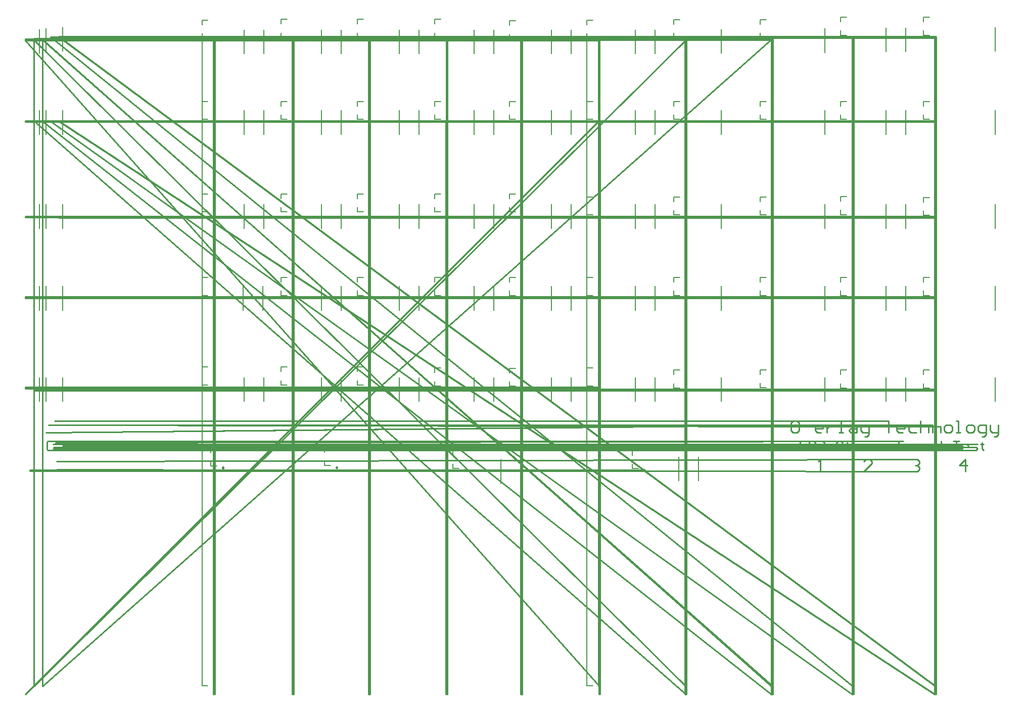
<source format=gbr>
%FSTAX25Y25*%
%MOMM*%
%SFA1B1*%

%IPPOS*%
%ADD18C,0.250000*%
%ADD19C,0.200000*%
%ADD20C,0.253999*%
%LNldo_test_legend_top-1*%
%LPD*%
G54D18*
X12142497Y10667499D02*
D01*
X12142467Y1066837*
X12142376Y10669239*
X12142226Y10670098*
X12142015Y10670943*
X12141746Y10671774*
X12141418Y10672582*
X12141034Y10673367*
X121406Y10674123*
X1214011Y10674845*
X12139574Y10675533*
X1213899Y10676181*
X12138362Y10676788*
X12137694Y10677349*
X12136988Y10677862*
X12136249Y10678325*
X12135477Y10678734*
X12134682Y10679089*
X12133861Y10679386*
X12133023Y10679628*
X1213217Y10679808*
X12131304Y1067993*
X12130435Y10679991*
X12129561*
X12128693Y1067993*
X12127826Y10679808*
X12126973Y10679628*
X12126135Y10679386*
X12125317Y10679089*
X12124519Y10678734*
X12123747Y10678325*
X12123008Y10677862*
X12122302Y10677349*
X12121634Y10676788*
X12121007Y10676181*
X12120422Y10675533*
X12119886Y10674845*
X12119399Y10674123*
X12118962Y10673367*
X12118578Y10672582*
X12118253Y10671774*
X12117981Y10670943*
X12117771Y10670098*
X12117621Y10669239*
X12117529Y1066837*
X12117499Y10667499*
X12117529Y10666625*
X12117621Y10665759*
X12117771Y10664898*
X12117981Y10664052*
X12118253Y10663222*
X12118578Y10662414*
X12118962Y10661629*
X12119399Y10660875*
X12119886Y10660151*
X12120422Y10659463*
X12121007Y10658815*
X12121634Y10658208*
X12122302Y10657649*
X12123008Y10657136*
X12123747Y10656674*
X12124519Y10656262*
X12125317Y10655909*
X12126135Y10655609*
X12126973Y10655371*
X12127826Y10655188*
X12128693Y10655066*
X12129561Y10655005*
X12130435*
X12131304Y10655066*
X1213217Y10655188*
X12133023Y10655371*
X12133861Y10655609*
X12134682Y10655909*
X12135477Y10656262*
X12136249Y10656674*
X12136988Y10657136*
X12137694Y10657649*
X12138362Y10658208*
X1213899Y10658815*
X12139574Y10659463*
X1214011Y10660151*
X121406Y10660875*
X12141034Y10661629*
X12141418Y10662414*
X12141746Y10663222*
X12142015Y10664052*
X12142226Y10664898*
X12142376Y10665759*
X12142467Y10666625*
X12142497Y10667499*
X5567499D02*
D01*
X5567469Y1066837*
X5567377Y10669239*
X5567225Y10670098*
X5567014Y10670943*
X5566745Y10671774*
X5566417Y10672582*
X5566036Y10673367*
X5565599Y10674123*
X5565112Y10674845*
X5564573Y10675533*
X5563989Y10676181*
X5563362Y10676788*
X5562693Y10677349*
X5561987Y10677862*
X5561248Y10678325*
X5560479Y10678734*
X5559681Y10679089*
X5558861Y10679386*
X5558022Y10679628*
X5557169Y10679808*
X5556305Y1067993*
X5555434Y10679991*
X5554563*
X5553692Y1067993*
X5552828Y10679808*
X5551975Y10679628*
X5551136Y10679386*
X5550316Y10679089*
X5549519Y10678734*
X5548749Y10678325*
X5548007Y10677862*
X5547304Y10677349*
X5546633Y10676788*
X5546006Y10676181*
X5545421Y10675533*
X5544886Y10674845*
X5544398Y10674123*
X5543961Y10673367*
X554358Y10672582*
X5543252Y10671774*
X5542983Y10670943*
X5542772Y10670098*
X554262Y10669239*
X5542528Y1066837*
X5542498Y10667499*
X5542528Y10666625*
X554262Y10665759*
X5542772Y10664898*
X5542983Y10664052*
X5543252Y10663222*
X554358Y10662414*
X5543961Y10661629*
X5544398Y10660875*
X5544886Y10660151*
X5545421Y10659463*
X5546006Y10658815*
X5546633Y10658208*
X5547304Y10657649*
X5548007Y10657136*
X5548749Y10656674*
X5549519Y10656262*
X5550316Y10655909*
X5551136Y10655609*
X5551975Y10655371*
X5552828Y10655188*
X5553692Y10655066*
X5554563Y10655005*
X5555434*
X5556305Y10655066*
X5557169Y10655188*
X5558022Y10655371*
X5558861Y10655609*
X5559681Y10655909*
X5560479Y10656262*
X5561248Y10656674*
X5561987Y10657136*
X5562693Y10657649*
X5563362Y10658208*
X5563989Y10658815*
X5564573Y10659463*
X5565112Y10660151*
X5565599Y10660875*
X5566036Y10661629*
X5566417Y10662414*
X5566745Y10663222*
X5567014Y10664052*
X5567225Y10664898*
X5567377Y10665759*
X5567469Y10666625*
X5567499Y10667499*
X16324696Y12077999D02*
D01*
X16324666Y1207887*
X16324574Y12079739*
X16324425Y12080598*
X16324214Y12081443*
X16323945Y12082274*
X16323617Y12083082*
X16323233Y12083867*
X16322799Y12084621*
X16322309Y12085345*
X16321773Y12086033*
X16321189Y12086681*
X16320561Y12087288*
X16319893Y12087849*
X16319187Y12088362*
X16318448Y12088825*
X16317676Y12089234*
X16316881Y12089589*
X1631606Y12089886*
X16315222Y12090128*
X16314369Y12090308*
X16313505Y1209043*
X16312634Y12090491*
X1631176*
X16310891Y1209043*
X16310028Y12090308*
X16309174Y12090128*
X16308334Y12089886*
X16307516Y12089589*
X16306718Y12089234*
X16305946Y12088825*
X16305207Y12088362*
X16304501Y12087849*
X16303833Y12087288*
X16303205Y12086681*
X16302621Y12086033*
X16302085Y12085345*
X16301598Y12084621*
X16301161Y12083867*
X16300777Y12083082*
X16300452Y12082274*
X1630018Y12081443*
X16299969Y12080598*
X1629982Y12079739*
X16299728Y1207887*
X16299698Y12077999*
X16299728Y12077125*
X1629982Y12076259*
X16299969Y12075398*
X1630018Y12074552*
X16300452Y12073722*
X16300777Y12072914*
X16301161Y12072129*
X16301598Y12071375*
X16302085Y12070651*
X16302621Y12069963*
X16303205Y12069315*
X16303833Y12068708*
X16304501Y12068149*
X16305207Y12067636*
X16305946Y12067174*
X16306718Y12066762*
X16307516Y12066409*
X16308334Y12066109*
X16309174Y12065871*
X16310028Y12065688*
X16310891Y12065566*
X1631176Y12065505*
X16312634*
X16313505Y12065566*
X16314369Y12065688*
X16315222Y12065871*
X1631606Y12066109*
X16316881Y12066409*
X16317676Y12066762*
X16318448Y12067174*
X16319187Y12067636*
X16319893Y12068149*
X16320561Y12068708*
X16321189Y12069315*
X16321773Y12069963*
X16322309Y12070651*
X16322799Y12071375*
X16323233Y12072129*
X16323617Y12072914*
X16323945Y12073722*
X16324214Y12074552*
X16324425Y12075398*
X16324574Y12076259*
X16324666Y12077125*
X16324696Y12077999*
X14942499D02*
D01*
X14942469Y1207887*
X14942378Y12079739*
X14942225Y12080598*
X14942014Y12081443*
X14941745Y12082274*
X14941417Y12083082*
X14941034Y12083867*
X149406Y12084621*
X14940112Y12085345*
X14939573Y12086033*
X14938989Y12086681*
X14938362Y12087288*
X14937694Y12087849*
X14936988Y12088362*
X14936249Y12088825*
X14935479Y12089234*
X14934681Y12089589*
X14933861Y12089886*
X14933023Y12090128*
X14932169Y12090308*
X14931306Y1209043*
X14930434Y12090491*
X14929563*
X14928692Y1209043*
X14927828Y12090308*
X14926975Y12090128*
X14926137Y12089886*
X14925316Y12089589*
X14924519Y12089234*
X14923749Y12088825*
X14923008Y12088362*
X14922301Y12087849*
X14921633Y12087288*
X14921006Y12086681*
X14920422Y12086033*
X14919886Y12085345*
X14919398Y12084621*
X14918961Y12083867*
X14918578Y12083082*
X14918253Y12082274*
X14917983Y12081443*
X14917773Y12080598*
X1491762Y12079739*
X14917529Y1207887*
X14917498Y12077999*
X14917529Y12077125*
X1491762Y12076259*
X14917773Y12075398*
X14917983Y12074552*
X14918253Y12073722*
X14918578Y12072914*
X14918961Y12072129*
X14919398Y12071375*
X14919886Y12070651*
X14920422Y12069963*
X14921006Y12069315*
X14921633Y12068708*
X14922301Y12068149*
X14923008Y12067636*
X14923749Y12067174*
X14924519Y12066762*
X14925316Y12066409*
X14926137Y12066109*
X14926975Y12065871*
X14927828Y12065688*
X14928692Y12065566*
X14929563Y12065505*
X14930434*
X14931306Y12065566*
X14932169Y12065688*
X14933023Y12065871*
X14933861Y12066109*
X14934681Y12066409*
X14935479Y12066762*
X14936249Y12067174*
X14936988Y12067636*
X14937694Y12068149*
X14938362Y12068708*
X14938989Y12069315*
X14939573Y12069963*
X14940112Y12070651*
X149406Y12071375*
X14941034Y12072129*
X14941417Y12072914*
X14941745Y12073722*
X14942014Y12074552*
X14942225Y12075398*
X14942378Y12076259*
X14942469Y12077125*
X14942499Y12077999*
X10692498Y12032498D02*
D01*
X10692467Y12033371*
X10692376Y12034238*
X10692226Y12035096*
X10692015Y12035944*
X10691743Y12036772*
X10691418Y12037583*
X10691035Y12038368*
X10690598Y12039122*
X1069011Y12039846*
X10689574Y12040534*
X1068899Y12041182*
X10688363Y12041786*
X10687695Y12042348*
X10686989Y12042861*
X10686249Y12043323*
X10685477Y12043732*
X1068468Y12044088*
X10683862Y12044387*
X10683021Y12044626*
X10682168Y12044809*
X10681304Y12044931*
X10680435Y12044989*
X10679562*
X1067869Y12044931*
X10677827Y12044809*
X10676973Y12044626*
X10676135Y12044387*
X10675315Y12044088*
X1067452Y12043732*
X10673748Y12043323*
X10673008Y12042861*
X10672302Y12042348*
X10671634Y12041786*
X10671007Y12041182*
X10670423Y12040534*
X10669887Y12039846*
X10669397Y12039122*
X10668962Y12038368*
X10668579Y12037583*
X10668251Y12036772*
X10667982Y12035944*
X10667771Y12035096*
X10667621Y12034238*
X1066753Y12033371*
X10667499Y12032498*
X1066753Y12031626*
X10667621Y12030758*
X10667771Y12029899*
X10667982Y12029053*
X10668251Y12028223*
X10668579Y12027415*
X10668962Y1202663*
X10669397Y12025873*
X10669887Y12025152*
X10670423Y12024464*
X10671007Y12023816*
X10671634Y12023209*
X10672302Y12022648*
X10673008Y12022134*
X10673748Y12021672*
X1067452Y12021263*
X10675315Y12020908*
X10676135Y1202061*
X10676973Y12020369*
X10677827Y12020189*
X1067869Y12020067*
X10679562Y12020006*
X10680435*
X10681304Y12020067*
X10682168Y12020189*
X10683021Y12020369*
X10683862Y1202061*
X1068468Y12020908*
X10685477Y12021263*
X10686249Y12021672*
X10686989Y12022134*
X10687695Y12022648*
X10688363Y12023209*
X1068899Y12023816*
X10689574Y12024464*
X1069011Y12025152*
X10690598Y12025873*
X10691035Y1202663*
X10691418Y12027415*
X10691743Y12028223*
X10692015Y12029053*
X10692226Y12029899*
X10692376Y12030758*
X10692467Y12031626*
X10692498Y12032498*
X9392498Y12017499D02*
D01*
X9392467Y1201837*
X9392376Y12019239*
X9392226Y12020097*
X9392015Y12020943*
X9391743Y12021774*
X9391418Y12022582*
X9391035Y12023366*
X9390598Y12024123*
X939011Y12024845*
X9389574Y12025533*
X938899Y12026181*
X9388363Y12026788*
X9387695Y12027349*
X9386989Y12027862*
X9386249Y12028324*
X9385477Y12028733*
X938468Y12029089*
X9383862Y12029386*
X9383021Y12029627*
X9382168Y12029808*
X9381304Y1202993*
X9380435Y12029991*
X9379562*
X937869Y1202993*
X9377827Y12029808*
X9376973Y12029627*
X9376135Y12029386*
X9375315Y12029089*
X937452Y12028733*
X9373748Y12028324*
X9373008Y12027862*
X9372302Y12027349*
X9371634Y12026788*
X9371007Y12026181*
X9370423Y12025533*
X9369887Y12024845*
X9369397Y12024123*
X9368962Y12023366*
X9368579Y12022582*
X9368251Y12021774*
X9367982Y12020943*
X9367771Y12020097*
X9367621Y12019239*
X936753Y1201837*
X9367499Y12017499*
X936753Y12016625*
X9367621Y12015759*
X9367771Y12014901*
X9367982Y12014052*
X9368251Y12013224*
X9368579Y12012414*
X9368962Y12011629*
X9369397Y12010875*
X9369887Y12010151*
X9370423Y12009462*
X9371007Y12008815*
X9371634Y1200821*
X9372302Y12007649*
X9373008Y12007136*
X9373748Y12006673*
X937452Y12006265*
X9375315Y12005909*
X9376135Y12005609*
X9376973Y1200537*
X9377827Y12005188*
X937869Y12005066*
X9379562Y12005005*
X9380435*
X9381304Y12005066*
X9382168Y12005188*
X9383021Y1200537*
X9383862Y12005609*
X938468Y12005909*
X9385477Y12006265*
X9386249Y12006673*
X9386989Y12007136*
X9387695Y12007649*
X9388363Y1200821*
X938899Y12008815*
X9389574Y12009462*
X939011Y12010151*
X9390598Y12010875*
X9391035Y12011629*
X9391418Y12012414*
X9391743Y12013224*
X9392015Y12014052*
X9392226Y12014901*
X9392376Y12015759*
X9392467Y12016625*
X9392498Y12017499*
X8142498Y12042498D02*
D01*
X8142467Y12043371*
X8142376Y12044238*
X8142226Y12045096*
X8142015Y12045944*
X8141743Y12046772*
X8141418Y12047583*
X8141035Y12048368*
X8140598Y12049122*
X814011Y12049846*
X8139574Y12050534*
X813899Y12051182*
X8138363Y12051786*
X8137695Y12052348*
X8136989Y12052861*
X8136249Y12053323*
X8135477Y12053732*
X813468Y12054088*
X8133862Y12054387*
X8133021Y12054626*
X8132168Y12054809*
X8131304Y12054931*
X8130435Y12054989*
X8129562*
X812869Y12054931*
X8127827Y12054809*
X8126973Y12054626*
X8126135Y12054387*
X8125315Y12054088*
X812452Y12053732*
X8123748Y12053323*
X8123008Y12052861*
X8122302Y12052348*
X8121634Y12051786*
X8121007Y12051182*
X8120423Y12050534*
X8119887Y12049846*
X8119397Y12049122*
X8118962Y12048368*
X8118579Y12047583*
X8118251Y12046772*
X8117982Y12045944*
X8117771Y12045096*
X8117621Y12044238*
X811753Y12043371*
X8117499Y12042498*
X811753Y12041626*
X8117621Y12040758*
X8117771Y12039899*
X8117982Y12039053*
X8118251Y12038223*
X8118579Y12037415*
X8118962Y1203663*
X8119397Y12035873*
X8119887Y12035152*
X8120423Y12034464*
X8121007Y12033816*
X8121634Y12033209*
X8122302Y12032648*
X8123008Y12032134*
X8123748Y12031672*
X812452Y12031263*
X8125315Y12030908*
X8126135Y1203061*
X8126973Y12030369*
X8127827Y12030189*
X812869Y12030067*
X8129562Y12030006*
X8130435*
X8131304Y12030067*
X8132168Y12030189*
X8133021Y12030369*
X8133862Y1203061*
X813468Y12030908*
X8135477Y12031263*
X8136249Y12031672*
X8136989Y12032134*
X8137695Y12032648*
X8138363Y12033209*
X813899Y12033816*
X8139574Y12034464*
X814011Y12035152*
X8140598Y12035873*
X8141035Y1203663*
X8141418Y12037415*
X8141743Y12038223*
X8142015Y12039053*
X8142226Y12039899*
X8142376Y12040758*
X8142467Y12041626*
X8142498Y12042498*
X5567499D02*
D01*
X5567469Y12043371*
X5567377Y12044238*
X5567225Y12045096*
X5567014Y12045944*
X5566745Y12046772*
X5566417Y12047583*
X5566036Y12048368*
X5565599Y12049122*
X5565112Y12049846*
X5564573Y12050534*
X5563989Y12051182*
X5563362Y12051786*
X5562693Y12052348*
X5561987Y12052861*
X5561248Y12053323*
X5560479Y12053732*
X5559681Y12054088*
X5558861Y12054387*
X5558022Y12054626*
X5557169Y12054809*
X5556305Y12054931*
X5555434Y12054989*
X5554563*
X5553692Y12054931*
X5552828Y12054809*
X5551975Y12054626*
X5551136Y12054387*
X5550316Y12054088*
X5549519Y12053732*
X5548749Y12053323*
X5548007Y12052861*
X5547304Y12052348*
X5546633Y12051786*
X5546006Y12051182*
X5545421Y12050534*
X5544886Y12049846*
X5544398Y12049122*
X5543961Y12048368*
X554358Y12047583*
X5543252Y12046772*
X5542983Y12045944*
X5542772Y12045096*
X554262Y12044238*
X5542528Y12043371*
X5542498Y12042498*
X5542528Y12041626*
X554262Y12040758*
X5542772Y12039899*
X5542983Y12039053*
X5543252Y12038223*
X554358Y12037415*
X5543961Y1203663*
X5544398Y12035873*
X5544886Y12035152*
X5545421Y12034464*
X5546006Y12033816*
X5546633Y12033209*
X5547304Y12032648*
X5548007Y12032134*
X5548749Y12031672*
X5549519Y12031263*
X5550316Y12030908*
X5551136Y1203061*
X5551975Y12030369*
X5552828Y12030189*
X5553692Y12030067*
X5554563Y12030006*
X5555434*
X5556305Y12030067*
X5557169Y12030189*
X5558022Y12030369*
X5558861Y1203061*
X5559681Y12030908*
X5560479Y12031263*
X5561248Y12031672*
X5561987Y12032134*
X5562693Y12032648*
X5563362Y12033209*
X5563989Y12033816*
X5564573Y12034464*
X5565112Y12035152*
X5565599Y12035873*
X5566036Y1203663*
X5566417Y12037415*
X5566745Y12038223*
X5567014Y12039053*
X5567225Y12039899*
X5567377Y12040758*
X5567469Y12041626*
X5567499Y12042498*
X4242498Y12032498D02*
D01*
X4242468Y12033371*
X4242376Y12034238*
X4242226Y12035096*
X4242013Y12035944*
X4241744Y12036772*
X4241419Y12037583*
X4241035Y12038368*
X4240598Y12039122*
X424011Y12039846*
X4239574Y12040534*
X423899Y12041182*
X4238363Y12041786*
X4237695Y12042348*
X4236989Y12042861*
X4236247Y12043323*
X4235477Y12043732*
X423468Y12044088*
X4233862Y12044387*
X4233021Y12044626*
X4232168Y12044809*
X4231304Y12044931*
X4230436Y12044989*
X4229562*
X4228691Y12044931*
X4227827Y12044809*
X4226974Y12044626*
X4226135Y12044387*
X4225315Y12044088*
X4224517Y12043732*
X4223748Y12043323*
X4223009Y12042861*
X4222302Y12042348*
X4221634Y12041786*
X4221007Y12041182*
X4220423Y12040534*
X4219884Y12039846*
X4219397Y12039122*
X4218962Y12038368*
X4218579Y12037583*
X4218251Y12036772*
X4217982Y12035944*
X4217771Y12035096*
X4217619Y12034238*
X421753Y12033371*
X4217499Y12032498*
X421753Y12031626*
X4217619Y12030758*
X4217771Y12029899*
X4217982Y12029053*
X4218251Y12028223*
X4218579Y12027415*
X4218962Y1202663*
X4219397Y12025873*
X4219884Y12025152*
X4220423Y12024464*
X4221007Y12023816*
X4221634Y12023209*
X4222302Y12022648*
X4223009Y12022134*
X4223748Y12021672*
X4224517Y12021263*
X4225315Y12020908*
X4226135Y1202061*
X4226974Y12020369*
X4227827Y12020189*
X4228691Y12020067*
X4229562Y12020006*
X4230436*
X4231304Y12020067*
X4232168Y12020189*
X4233021Y12020369*
X4233862Y1202061*
X423468Y12020908*
X4235477Y12021263*
X4236247Y12021672*
X4236989Y12022134*
X4237695Y12022648*
X4238363Y12023209*
X423899Y12023816*
X4239574Y12024464*
X424011Y12025152*
X4240598Y12025873*
X4241035Y1202663*
X4241419Y12027415*
X4241744Y12028223*
X4242013Y12029053*
X4242226Y12029899*
X4242376Y12030758*
X4242468Y12031626*
X4242498Y12032498*
X4392498Y4862497D02*
D01*
X4392467Y4863368*
X4392376Y4864237*
X4392226Y4865095*
X4392015Y4865944*
X4391743Y4866772*
X4391418Y4867582*
X4391035Y4868367*
X4390598Y4869121*
X439011Y4869845*
X4389574Y4870533*
X438899Y4871181*
X4388363Y4871786*
X4387695Y4872347*
X4386988Y487286*
X4386249Y4873322*
X4385477Y4873731*
X438468Y4874087*
X4383862Y4874387*
X4383024Y4874625*
X438217Y4874808*
X4381304Y4874928*
X4380435Y4874988*
X4379561*
X4378693Y4874928*
X4377827Y4874808*
X4376973Y4874625*
X4376135Y4874387*
X4375315Y4874087*
X437452Y4873731*
X4373747Y4873322*
X4373008Y487286*
X4372302Y4872347*
X4371634Y4871786*
X4371007Y4871181*
X4370423Y4870533*
X4369887Y4869845*
X4369396Y4869121*
X4368962Y4868367*
X4368579Y4867582*
X4368251Y4866772*
X4367982Y4865944*
X4367771Y4865095*
X4367621Y4864237*
X436753Y4863368*
X4367499Y4862497*
X436753Y4861626*
X4367621Y4860757*
X4367771Y4859898*
X4367982Y4859053*
X4368251Y4858222*
X4368579Y4857414*
X4368962Y4856629*
X4369396Y4855872*
X4369887Y4855151*
X4370423Y4854463*
X4371007Y4853815*
X4371634Y4853208*
X4372302Y4852647*
X4373008Y4852134*
X4373747Y4851671*
X437452Y4851262*
X4375315Y4850907*
X4376135Y485061*
X4376973Y4850368*
X4377827Y4850188*
X4378693Y4850066*
X4379561Y4850005*
X4380435*
X4381304Y4850066*
X438217Y4850188*
X4383024Y4850368*
X4383862Y485061*
X438468Y4850907*
X4385477Y4851262*
X4386249Y4851671*
X4386988Y4852134*
X4387695Y4852647*
X4388363Y4853208*
X438899Y4853815*
X4389574Y4854463*
X439011Y4855151*
X4390598Y4855872*
X4391035Y4856629*
X4391418Y4857414*
X4391743Y4858222*
X4392015Y4859053*
X4392226Y4859898*
X4392376Y4860757*
X4392467Y4861626*
X4392498Y4862497*
X6842498Y12042498D02*
D01*
X6842467Y12043371*
X6842376Y12044238*
X6842226Y12045096*
X6842013Y12045944*
X6841744Y12046772*
X6841418Y12047583*
X6841035Y12048368*
X6840598Y12049122*
X684011Y12049846*
X6839574Y12050534*
X683899Y12051182*
X6838363Y12051786*
X6837695Y12052348*
X6836989Y12052861*
X6836249Y12053323*
X6835477Y12053732*
X683468Y12054088*
X6833862Y12054387*
X6833021Y12054626*
X6832168Y12054809*
X6831304Y12054931*
X6830435Y12054989*
X6829562*
X682869Y12054931*
X6827827Y12054809*
X6826973Y12054626*
X6826135Y12054387*
X6825315Y12054088*
X682452Y12053732*
X6823748Y12053323*
X6823008Y12052861*
X6822302Y12052348*
X6821634Y12051786*
X6821007Y12051182*
X6820423Y12050534*
X6819884Y12049846*
X6819397Y12049122*
X6818962Y12048368*
X6818579Y12047583*
X6818251Y12046772*
X6817982Y12045944*
X6817771Y12045096*
X6817621Y12044238*
X681753Y12043371*
X6817499Y12042498*
X681753Y12041626*
X6817621Y12040758*
X6817771Y12039899*
X6817982Y12039053*
X6818251Y12038223*
X6818579Y12037415*
X6818962Y1203663*
X6819397Y12035873*
X6819884Y12035152*
X6820423Y12034464*
X6821007Y12033816*
X6821634Y12033209*
X6822302Y12032648*
X6823008Y12032134*
X6823748Y12031672*
X682452Y12031263*
X6825315Y12030908*
X6826135Y1203061*
X6826973Y12030369*
X6827827Y12030189*
X682869Y12030067*
X6829562Y12030006*
X6830435*
X6831304Y12030067*
X6832168Y12030189*
X6833021Y12030369*
X6833862Y1203061*
X683468Y12030908*
X6835477Y12031263*
X6836249Y12031672*
X6836989Y12032134*
X6837695Y12032648*
X6838363Y12033209*
X683899Y12033816*
X6839574Y12034464*
X684011Y12035152*
X6840598Y12035873*
X6841035Y1203663*
X6841418Y12037415*
X6841744Y12038223*
X6842013Y12039053*
X6842226Y12039899*
X6842376Y12040758*
X6842467Y12041626*
X6842498Y12042498*
X5567499Y9117497D02*
D01*
X5567469Y9118371*
X5567377Y9119237*
X5567225Y9120098*
X5567014Y9120944*
X5566745Y9121775*
X5566417Y9122582*
X5566036Y9123367*
X5565599Y9124121*
X5565112Y9124845*
X5564573Y9125534*
X5563989Y9126181*
X5563362Y9126788*
X5562693Y9127347*
X5561987Y912786*
X5561248Y9128323*
X5560479Y9128734*
X5559681Y9129087*
X5558861Y9129387*
X5558022Y9129628*
X5557169Y9129809*
X5556305Y912993*
X5555434Y9129991*
X5554563*
X5553692Y912993*
X5552828Y9129809*
X5551975Y9129628*
X5551136Y9129387*
X5550316Y9129087*
X5549519Y9128734*
X5548749Y9128323*
X5548007Y912786*
X5547304Y9127347*
X5546633Y9126788*
X5546006Y9126181*
X5545421Y9125534*
X5544886Y9124845*
X5544398Y9124121*
X5543961Y9123367*
X554358Y9122582*
X5543252Y9121775*
X5542983Y9120944*
X5542772Y9120098*
X554262Y9119237*
X5542528Y9118371*
X5542498Y9117497*
X5542528Y9116626*
X554262Y911576*
X5542772Y9114899*
X5542983Y9114053*
X5543252Y9113222*
X554358Y9112415*
X5543961Y911163*
X5544398Y9110875*
X5544886Y9110151*
X5545421Y9109463*
X5546006Y9108815*
X5546633Y9108208*
X5547304Y9107647*
X5548007Y9107136*
X5548749Y9106672*
X5549519Y9106263*
X5550316Y910591*
X5551136Y910561*
X5551975Y9105369*
X5552828Y9105188*
X5553692Y9105066*
X5554563Y9105005*
X5555434*
X5556305Y9105066*
X5557169Y9105188*
X5558022Y9105369*
X5558861Y910561*
X5559681Y910591*
X5560479Y9106263*
X5561248Y9106672*
X5561987Y9107136*
X5562693Y9107647*
X5563362Y9108208*
X5563989Y9108815*
X5564573Y9109463*
X5565112Y9110151*
X5565599Y9110875*
X5566036Y911163*
X5566417Y9112415*
X5566745Y9113222*
X5567014Y9114053*
X5567225Y9114899*
X5567377Y911576*
X5567469Y9116626*
X5567499Y9117497*
X4242498D02*
D01*
X4242468Y9118371*
X4242376Y9119237*
X4242226Y9120098*
X4242013Y9120944*
X4241744Y9121775*
X4241419Y9122582*
X4241035Y9123367*
X4240598Y9124121*
X424011Y9124845*
X4239574Y9125534*
X423899Y9126181*
X4238363Y9126788*
X4237695Y9127347*
X4236989Y912786*
X4236247Y9128323*
X4235477Y9128734*
X423468Y9129087*
X4233862Y9129387*
X4233021Y9129628*
X4232168Y9129809*
X4231304Y912993*
X4230436Y9129991*
X4229562*
X4228691Y912993*
X4227827Y9129809*
X4226974Y9129628*
X4226135Y9129387*
X4225315Y9129087*
X4224517Y9128734*
X4223748Y9128323*
X4223009Y912786*
X4222302Y9127347*
X4221634Y9126788*
X4221007Y9126181*
X4220423Y9125534*
X4219884Y9124845*
X4219397Y9124121*
X4218962Y9123367*
X4218579Y9122582*
X4218251Y9121775*
X4217982Y9120944*
X4217771Y9120098*
X4217619Y9119237*
X421753Y9118371*
X4217499Y9117497*
X421753Y9116626*
X4217619Y911576*
X4217771Y9114899*
X4217982Y9114053*
X4218251Y9113222*
X4218579Y9112415*
X4218962Y911163*
X4219397Y9110875*
X4219884Y9110151*
X4220423Y9109463*
X4221007Y9108815*
X4221634Y9108208*
X4222302Y9107647*
X4223009Y9107136*
X4223748Y9106672*
X4224517Y9106263*
X4225315Y910591*
X4226135Y910561*
X4226974Y9105369*
X4227827Y9105188*
X4228691Y9105066*
X4229562Y9105005*
X4230436*
X4231304Y9105066*
X4232168Y9105188*
X4233021Y9105369*
X4233862Y910561*
X423468Y910591*
X4235477Y9106263*
X4236247Y9106672*
X4236989Y9107136*
X4237695Y9107647*
X4238363Y9108208*
X423899Y9108815*
X4239574Y9109463*
X424011Y9110151*
X4240598Y9110875*
X4241035Y911163*
X4241419Y9112415*
X4241744Y9113222*
X4242013Y9114053*
X4242226Y9114899*
X4242376Y911576*
X4242468Y9116626*
X4242498Y9117497*
X12142497Y9067497D02*
D01*
X12142467Y9068371*
X12142376Y9069237*
X12142226Y9070098*
X12142015Y9070944*
X12141746Y9071775*
X12141418Y9072582*
X12141034Y9073367*
X121406Y9074122*
X1214011Y9074845*
X12139574Y9075534*
X1213899Y9076182*
X12138362Y9076789*
X12137694Y9077347*
X12136988Y907786*
X12136249Y9078323*
X12135477Y9078734*
X12134682Y9079087*
X12133861Y9079387*
X12133023Y9079626*
X1213217Y9079809*
X12131304Y9079931*
X12130435Y9079992*
X12129561*
X12128693Y9079931*
X12127826Y9079809*
X12126973Y9079626*
X12126135Y9079387*
X12125317Y9079087*
X12124519Y9078734*
X12123747Y9078323*
X12123008Y907786*
X12122302Y9077347*
X12121634Y9076789*
X12121007Y9076182*
X12120422Y9075534*
X12119886Y9074845*
X12119399Y9074122*
X12118962Y9073367*
X12118578Y9072582*
X12118253Y9071775*
X12117981Y9070944*
X12117771Y9070098*
X12117621Y9069237*
X12117529Y9068371*
X12117499Y9067497*
X12117529Y9066626*
X12117621Y9065757*
X12117771Y9064899*
X12117981Y9064053*
X12118253Y9063222*
X12118578Y9062415*
X12118962Y906163*
X12119399Y9060875*
X12119886Y9060152*
X12120422Y9059463*
X12121007Y9058816*
X12121634Y9058208*
X12122302Y9057647*
X12123008Y9057134*
X12123747Y9056672*
X12124519Y9056263*
X12125317Y9055907*
X12126135Y905561*
X12126973Y9055369*
X12127826Y9055188*
X12128693Y9055066*
X12129561Y9055006*
X12130435*
X12131304Y9055066*
X1213217Y9055188*
X12133023Y9055369*
X12133861Y905561*
X12134682Y9055907*
X12135477Y9056263*
X12136249Y9056672*
X12136988Y9057134*
X12137694Y9057647*
X12138362Y9058208*
X1213899Y9058816*
X12139574Y9059463*
X1214011Y9060152*
X121406Y9060875*
X12141034Y906163*
X12141418Y9062415*
X12141746Y9063222*
X12142015Y9064053*
X12142226Y9064899*
X12142376Y9065757*
X12142467Y9066626*
X12142497Y9067497*
X10692498D02*
D01*
X10692467Y9068371*
X10692376Y9069237*
X10692226Y9070098*
X10692015Y9070944*
X10691743Y9071775*
X10691418Y9072582*
X10691035Y9073367*
X10690598Y9074122*
X1069011Y9074845*
X10689574Y9075534*
X1068899Y9076182*
X10688363Y9076789*
X10687695Y9077347*
X10686989Y907786*
X10686249Y9078323*
X10685477Y9078734*
X1068468Y9079087*
X10683862Y9079387*
X10683021Y9079626*
X10682168Y9079809*
X10681304Y9079931*
X10680435Y9079992*
X10679562*
X1067869Y9079931*
X10677827Y9079809*
X10676973Y9079626*
X10676135Y9079387*
X10675315Y9079087*
X1067452Y9078734*
X10673748Y9078323*
X10673008Y907786*
X10672302Y9077347*
X10671634Y9076789*
X10671007Y9076182*
X10670423Y9075534*
X10669887Y9074845*
X10669397Y9074122*
X10668962Y9073367*
X10668579Y9072582*
X10668251Y9071775*
X10667982Y9070944*
X10667771Y9070098*
X10667621Y9069237*
X1066753Y9068371*
X10667499Y9067497*
X1066753Y9066626*
X10667621Y9065757*
X10667771Y9064899*
X10667982Y9064053*
X10668251Y9063222*
X10668579Y9062415*
X10668962Y906163*
X10669397Y9060875*
X10669887Y9060152*
X10670423Y9059463*
X10671007Y9058816*
X10671634Y9058208*
X10672302Y9057647*
X10673008Y9057134*
X10673748Y9056672*
X1067452Y9056263*
X10675315Y9055907*
X10676135Y905561*
X10676973Y9055369*
X10677827Y9055188*
X1067869Y9055066*
X10679562Y9055006*
X10680435*
X10681304Y9055066*
X10682168Y9055188*
X10683021Y9055369*
X10683862Y905561*
X1068468Y9055907*
X10685477Y9056263*
X10686249Y9056672*
X10686989Y9057134*
X10687695Y9057647*
X10688363Y9058208*
X1068899Y9058816*
X10689574Y9059463*
X1069011Y9060152*
X10690598Y9060875*
X10691035Y906163*
X10691418Y9062415*
X10691743Y9063222*
X10692015Y9064053*
X10692226Y9064899*
X10692376Y9065757*
X10692467Y9066626*
X10692498Y9067497*
X9392498Y9117497D02*
D01*
X9392467Y9118371*
X9392376Y9119237*
X9392226Y9120098*
X9392015Y9120944*
X9391743Y9121775*
X9391418Y9122582*
X9391035Y9123367*
X9390598Y9124121*
X939011Y9124845*
X9389574Y9125534*
X938899Y9126181*
X9388363Y9126788*
X9387695Y9127347*
X9386989Y912786*
X9386249Y9128323*
X9385477Y9128734*
X938468Y9129087*
X9383862Y9129387*
X9383021Y9129628*
X9382168Y9129809*
X9381304Y912993*
X9380435Y9129991*
X9379562*
X937869Y912993*
X9377827Y9129809*
X9376973Y9129628*
X9376135Y9129387*
X9375315Y9129087*
X937452Y9128734*
X9373748Y9128323*
X9373008Y912786*
X9372302Y9127347*
X9371634Y9126788*
X9371007Y9126181*
X9370423Y9125534*
X9369887Y9124845*
X9369397Y9124121*
X9368962Y9123367*
X9368579Y9122582*
X9368251Y9121775*
X9367982Y9120944*
X9367771Y9120098*
X9367621Y9119237*
X936753Y9118371*
X9367499Y9117497*
X936753Y9116626*
X9367621Y911576*
X9367771Y9114899*
X9367982Y9114053*
X9368251Y9113222*
X9368579Y9112415*
X9368962Y911163*
X9369397Y9110875*
X9369887Y9110151*
X9370423Y9109463*
X9371007Y9108815*
X9371634Y9108208*
X9372302Y9107647*
X9373008Y9107136*
X9373748Y9106672*
X937452Y9106263*
X9375315Y910591*
X9376135Y910561*
X9376973Y9105369*
X9377827Y9105188*
X937869Y9105066*
X9379562Y9105005*
X9380435*
X9381304Y9105066*
X9382168Y9105188*
X9383021Y9105369*
X9383862Y910561*
X938468Y910591*
X9385477Y9106263*
X9386249Y9106672*
X9386989Y9107136*
X9387695Y9107647*
X9388363Y9108208*
X938899Y9108815*
X9389574Y9109463*
X939011Y9110151*
X9390598Y9110875*
X9391035Y911163*
X9391418Y9112415*
X9391743Y9113222*
X9392015Y9114053*
X9392226Y9114899*
X9392376Y911576*
X9392467Y9116626*
X9392498Y9117497*
X8142498D02*
D01*
X8142467Y9118371*
X8142376Y9119237*
X8142226Y9120098*
X8142015Y9120944*
X8141743Y9121775*
X8141418Y9122582*
X8141035Y9123367*
X8140598Y9124121*
X814011Y9124845*
X8139574Y9125534*
X813899Y9126181*
X8138363Y9126788*
X8137695Y9127347*
X8136989Y912786*
X8136249Y9128323*
X8135477Y9128734*
X813468Y9129087*
X8133862Y9129387*
X8133021Y9129628*
X8132168Y9129809*
X8131304Y912993*
X8130435Y9129991*
X8129562*
X812869Y912993*
X8127827Y9129809*
X8126973Y9129628*
X8126135Y9129387*
X8125315Y9129087*
X812452Y9128734*
X8123748Y9128323*
X8123008Y912786*
X8122302Y9127347*
X8121634Y9126788*
X8121007Y9126181*
X8120423Y9125534*
X8119887Y9124845*
X8119397Y9124121*
X8118962Y9123367*
X8118579Y9122582*
X8118251Y9121775*
X8117982Y9120944*
X8117771Y9120098*
X8117621Y9119237*
X811753Y9118371*
X8117499Y9117497*
X811753Y9116626*
X8117621Y911576*
X8117771Y9114899*
X8117982Y9114053*
X8118251Y9113222*
X8118579Y9112415*
X8118962Y911163*
X8119397Y9110875*
X8119887Y9110151*
X8120423Y9109463*
X8121007Y9108815*
X8121634Y9108208*
X8122302Y9107647*
X8123008Y9107136*
X8123748Y9106672*
X812452Y9106263*
X8125315Y910591*
X8126135Y910561*
X8126973Y9105369*
X8127827Y9105188*
X812869Y9105066*
X8129562Y9105005*
X8130435*
X8131304Y9105066*
X8132168Y9105188*
X8133021Y9105369*
X8133862Y910561*
X813468Y910591*
X8135477Y9106263*
X8136249Y9106672*
X8136989Y9107136*
X8137695Y9107647*
X8138363Y9108208*
X813899Y9108815*
X8139574Y9109463*
X814011Y9110151*
X8140598Y9110875*
X8141035Y911163*
X8141418Y9112415*
X8141743Y9113222*
X8142015Y9114053*
X8142226Y9114899*
X8142376Y911576*
X8142467Y9116626*
X8142498Y9117497*
X6842498D02*
D01*
X6842467Y9118371*
X6842376Y9119237*
X6842226Y9120098*
X6842013Y9120944*
X6841744Y9121775*
X6841418Y9122582*
X6841035Y9123367*
X6840598Y9124121*
X684011Y9124845*
X6839574Y9125534*
X683899Y9126181*
X6838363Y9126788*
X6837695Y9127347*
X6836989Y912786*
X6836249Y9128323*
X6835477Y9128734*
X683468Y9129087*
X6833862Y9129387*
X6833021Y9129628*
X6832168Y9129809*
X6831304Y912993*
X6830435Y9129991*
X6829562*
X682869Y912993*
X6827827Y9129809*
X6826973Y9129628*
X6826135Y9129387*
X6825315Y9129087*
X682452Y9128734*
X6823748Y9128323*
X6823008Y912786*
X6822302Y9127347*
X6821634Y9126788*
X6821007Y9126181*
X6820423Y9125534*
X6819884Y9124845*
X6819397Y9124121*
X6818962Y9123367*
X6818579Y9122582*
X6818251Y9121775*
X6817982Y9120944*
X6817771Y9120098*
X6817621Y9119237*
X681753Y9118371*
X6817499Y9117497*
X681753Y9116626*
X6817621Y911576*
X6817771Y9114899*
X6817982Y9114053*
X6818251Y9113222*
X6818579Y9112415*
X6818962Y911163*
X6819397Y9110875*
X6819884Y9110151*
X6820423Y9109463*
X6821007Y9108815*
X6821634Y9108208*
X6822302Y9107647*
X6823008Y9107136*
X6823748Y9106672*
X682452Y9106263*
X6825315Y910591*
X6826135Y910561*
X6826973Y9105369*
X6827827Y9105188*
X682869Y9105066*
X6829562Y9105005*
X6830435*
X6831304Y9105066*
X6832168Y9105188*
X6833021Y9105369*
X6833862Y910561*
X683468Y910591*
X6835477Y9106263*
X6836249Y9106672*
X6836989Y9107136*
X6837695Y9107647*
X6838363Y9108208*
X683899Y9108815*
X6839574Y9109463*
X684011Y9110151*
X6840598Y9110875*
X6841035Y911163*
X6841418Y9112415*
X6841744Y9113222*
X6842013Y9114053*
X6842226Y9114899*
X6842376Y911576*
X6842467Y9116626*
X6842498Y9117497*
X14942499Y9072499D02*
D01*
X14942469Y907337*
X14942378Y9074238*
X14942225Y9075097*
X14942014Y9075943*
X14941745Y9076773*
X14941417Y9077584*
X14941034Y9078366*
X149406Y9079123*
X14940112Y9079847*
X14939573Y9080533*
X14938989Y908118*
X14938362Y9081787*
X14937694Y9082349*
X14936988Y9082862*
X14936249Y9083324*
X14935479Y9083733*
X14934681Y9084089*
X14933861Y9084386*
X14933023Y9084627*
X14932169Y9084807*
X14931306Y9084929*
X14930434Y908499*
X14929563*
X14928692Y9084929*
X14927828Y9084807*
X14926975Y9084627*
X14926137Y9084386*
X14925316Y9084089*
X14924519Y9083733*
X14923749Y9083324*
X14923008Y9082862*
X14922301Y9082349*
X14921633Y9081787*
X14921006Y908118*
X14920422Y9080533*
X14919886Y9079847*
X14919398Y9079123*
X14918961Y9078366*
X14918578Y9077584*
X14918253Y9076773*
X14917983Y9075943*
X14917773Y9075097*
X1491762Y9074238*
X14917529Y907337*
X14917498Y9072499*
X14917529Y9071627*
X1491762Y9070759*
X14917773Y90699*
X14917983Y9069052*
X14918253Y9068224*
X14918578Y9067413*
X14918961Y9066631*
X14919398Y9065874*
X14919886Y906515*
X14920422Y9064464*
X14921006Y9063814*
X14921633Y906321*
X14922301Y9062648*
X14923008Y9062135*
X14923749Y9061673*
X14924519Y9061264*
X14925316Y9060908*
X14926137Y9060609*
X14926975Y906037*
X14927828Y9060187*
X14928692Y9060068*
X14929563Y9060007*
X14930434*
X14931306Y9060068*
X14932169Y9060187*
X14933023Y906037*
X14933861Y9060609*
X14934681Y9060908*
X14935479Y9061264*
X14936249Y9061673*
X14936988Y9062135*
X14937694Y9062648*
X14938362Y906321*
X14938989Y9063814*
X14939573Y9064464*
X14940112Y906515*
X149406Y9065874*
X14941034Y9066631*
X14941417Y9067413*
X14941745Y9068224*
X14942014Y9069052*
X14942225Y90699*
X14942378Y9070759*
X14942469Y9071627*
X14942499Y9072499*
X13592497Y9067497D02*
D01*
X13592467Y9068371*
X13592378Y9069237*
X13592225Y9070098*
X13592014Y9070944*
X13591745Y9071775*
X13591418Y9072582*
X13591034Y9073367*
X135906Y9074122*
X13590112Y9074845*
X13589574Y9075534*
X13588989Y9076182*
X13588362Y9076789*
X13587694Y9077347*
X13586988Y907786*
X13586249Y9078323*
X13585479Y9078734*
X13584682Y9079087*
X13583861Y9079387*
X13583023Y9079626*
X13582169Y9079809*
X13581306Y9079931*
X13580435Y9079992*
X13579561*
X13578692Y9079931*
X13577829Y9079809*
X13576975Y9079626*
X13576134Y9079387*
X13575317Y9079087*
X13574519Y9078734*
X13573749Y9078323*
X13573008Y907786*
X13572302Y9077347*
X13571634Y9076789*
X13571006Y9076182*
X13570422Y9075534*
X13569886Y9074845*
X13569398Y9074122*
X13568961Y9073367*
X13568578Y9072582*
X13568253Y9071775*
X13567984Y9070944*
X1356777Y9070098*
X1356762Y9069237*
X13567529Y9068371*
X13567498Y9067497*
X13567529Y9066626*
X1356762Y9065757*
X1356777Y9064899*
X13567984Y9064053*
X13568253Y9063222*
X13568578Y9062415*
X13568961Y906163*
X13569398Y9060875*
X13569886Y9060152*
X13570422Y9059463*
X13571006Y9058816*
X13571634Y9058208*
X13572302Y9057647*
X13573008Y9057134*
X13573749Y9056672*
X13574519Y9056263*
X13575317Y9055907*
X13576134Y905561*
X13576975Y9055369*
X13577829Y9055188*
X13578692Y9055066*
X13579561Y9055006*
X13580435*
X13581306Y9055066*
X13582169Y9055188*
X13583023Y9055369*
X13583861Y905561*
X13584682Y9055907*
X13585479Y9056263*
X13586249Y9056672*
X13586988Y9057134*
X13587694Y9057647*
X13588362Y9058208*
X13588989Y9058816*
X13589574Y9059463*
X13590112Y9060152*
X135906Y9060875*
X13591034Y906163*
X13591418Y9062415*
X13591745Y9063222*
X13592014Y9064053*
X13592225Y9064899*
X13592378Y9065757*
X13592467Y9066626*
X13592497Y9067497*
X8142498Y7717497D02*
D01*
X8142467Y7718371*
X8142376Y7719237*
X8142226Y7720098*
X8142015Y7720944*
X8141743Y7721772*
X8141418Y7722582*
X8141035Y7723367*
X8140598Y7724122*
X814011Y7724846*
X8139574Y7725534*
X813899Y7726182*
X8138363Y7726789*
X8137695Y7727348*
X8136989Y7727861*
X8136249Y7728323*
X8135477Y7728734*
X813468Y7729087*
X8133862Y7729387*
X8133021Y7729626*
X8132168Y7729809*
X8131304Y7729931*
X8130435Y7729992*
X8129562*
X812869Y7729931*
X8127827Y7729809*
X8126973Y7729626*
X8126135Y7729387*
X8125315Y7729087*
X812452Y7728734*
X8123748Y7728323*
X8123008Y7727861*
X8122302Y7727348*
X8121634Y7726789*
X8121007Y7726182*
X8120423Y7725534*
X8119887Y7724846*
X8119397Y7724122*
X8118962Y7723367*
X8118579Y7722582*
X8118251Y7721772*
X8117982Y7720944*
X8117771Y7720098*
X8117621Y7719237*
X811753Y7718371*
X8117499Y7717497*
X811753Y7716626*
X8117621Y7715758*
X8117771Y7714899*
X8117982Y7714053*
X8118251Y7713223*
X8118579Y7712415*
X8118962Y771163*
X8119397Y7710873*
X8119887Y7710152*
X8120423Y7709463*
X8121007Y7708816*
X8121634Y7708209*
X8122302Y7707647*
X8123008Y7707134*
X8123748Y7706672*
X812452Y7706263*
X8125315Y7705907*
X8126135Y770561*
X8126973Y7705369*
X8127827Y7705189*
X812869Y7705067*
X8129562Y7705006*
X8130435*
X8131304Y7705067*
X8132168Y7705189*
X8133021Y7705369*
X8133862Y770561*
X813468Y7705907*
X8135477Y7706263*
X8136249Y7706672*
X8136989Y7707134*
X8137695Y7707647*
X8138363Y7708209*
X813899Y7708816*
X8139574Y7709463*
X814011Y7710152*
X8140598Y7710873*
X8141035Y771163*
X8141418Y7712415*
X8141743Y7713223*
X8142015Y7714053*
X8142226Y7714899*
X8142376Y7715758*
X8142467Y7716626*
X8142498Y7717497*
X6842498D02*
D01*
X6842467Y7718371*
X6842376Y7719237*
X6842226Y7720098*
X6842013Y7720944*
X6841744Y7721772*
X6841418Y7722582*
X6841035Y7723367*
X6840598Y7724122*
X684011Y7724846*
X6839574Y7725534*
X683899Y7726182*
X6838363Y7726789*
X6837695Y7727348*
X6836989Y7727861*
X6836249Y7728323*
X6835477Y7728734*
X683468Y7729087*
X6833862Y7729387*
X6833021Y7729626*
X6832168Y7729809*
X6831304Y7729931*
X6830435Y7729992*
X6829562*
X682869Y7729931*
X6827827Y7729809*
X6826973Y7729626*
X6826135Y7729387*
X6825315Y7729087*
X682452Y7728734*
X6823748Y7728323*
X6823008Y7727861*
X6822302Y7727348*
X6821634Y7726789*
X6821007Y7726182*
X6820423Y7725534*
X6819884Y7724846*
X6819397Y7724122*
X6818962Y7723367*
X6818579Y7722582*
X6818251Y7721772*
X6817982Y7720944*
X6817771Y7720098*
X6817621Y7719237*
X681753Y7718371*
X6817499Y7717497*
X681753Y7716626*
X6817621Y7715758*
X6817771Y7714899*
X6817982Y7714053*
X6818251Y7713223*
X6818579Y7712415*
X6818962Y771163*
X6819397Y7710873*
X6819884Y7710152*
X6820423Y7709463*
X6821007Y7708816*
X6821634Y7708209*
X6822302Y7707647*
X6823008Y7707134*
X6823748Y7706672*
X682452Y7706263*
X6825315Y7705907*
X6826135Y770561*
X6826973Y7705369*
X6827827Y7705189*
X682869Y7705067*
X6829562Y7705006*
X6830435*
X6831304Y7705067*
X6832168Y7705189*
X6833021Y7705369*
X6833862Y770561*
X683468Y7705907*
X6835477Y7706263*
X6836249Y7706672*
X6836989Y7707134*
X6837695Y7707647*
X6838363Y7708209*
X683899Y7708816*
X6839574Y7709463*
X684011Y7710152*
X6840598Y7710873*
X6841035Y771163*
X6841418Y7712415*
X6841744Y7713223*
X6842013Y7714053*
X6842226Y7714899*
X6842376Y7715758*
X6842467Y7716626*
X6842498Y7717497*
X5567499D02*
D01*
X5567469Y7718371*
X5567377Y7719237*
X5567225Y7720098*
X5567014Y7720944*
X5566745Y7721772*
X5566417Y7722582*
X5566036Y7723367*
X5565599Y7724122*
X5565112Y7724846*
X5564573Y7725534*
X5563989Y7726182*
X5563362Y7726789*
X5562693Y7727348*
X5561987Y7727861*
X5561248Y7728323*
X5560479Y7728734*
X5559681Y7729087*
X5558861Y7729387*
X5558022Y7729626*
X5557169Y7729809*
X5556305Y7729931*
X5555434Y7729992*
X5554563*
X5553692Y7729931*
X5552828Y7729809*
X5551975Y7729626*
X5551136Y7729387*
X5550316Y7729087*
X5549519Y7728734*
X5548749Y7728323*
X5548007Y7727861*
X5547304Y7727348*
X5546633Y7726789*
X5546006Y7726182*
X5545421Y7725534*
X5544886Y7724846*
X5544398Y7724122*
X5543961Y7723367*
X554358Y7722582*
X5543252Y7721772*
X5542983Y7720944*
X5542772Y7720098*
X554262Y7719237*
X5542528Y7718371*
X5542498Y7717497*
X5542528Y7716626*
X554262Y7715758*
X5542772Y7714899*
X5542983Y7714053*
X5543252Y7713223*
X554358Y7712415*
X5543961Y771163*
X5544398Y7710873*
X5544886Y7710152*
X5545421Y7709463*
X5546006Y7708816*
X5546633Y7708209*
X5547304Y7707647*
X5548007Y7707134*
X5548749Y7706672*
X5549519Y7706263*
X5550316Y7705907*
X5551136Y770561*
X5551975Y7705369*
X5552828Y7705189*
X5553692Y7705067*
X5554563Y7705006*
X5555434*
X5556305Y7705067*
X5557169Y7705189*
X5558022Y7705369*
X5558861Y770561*
X5559681Y7705907*
X5560479Y7706263*
X5561248Y7706672*
X5561987Y7707134*
X5562693Y7707647*
X5563362Y7708209*
X5563989Y7708816*
X5564573Y7709463*
X5565112Y7710152*
X5565599Y7710873*
X5566036Y771163*
X5566417Y7712415*
X5566745Y7713223*
X5567014Y7714053*
X5567225Y7714899*
X5567377Y7715758*
X5567469Y7716626*
X5567499Y7717497*
X4242498D02*
D01*
X4242468Y7718371*
X4242376Y7719237*
X4242226Y7720098*
X4242013Y7720944*
X4241744Y7721772*
X4241419Y7722582*
X4241035Y7723367*
X4240598Y7724122*
X424011Y7724846*
X4239574Y7725534*
X423899Y7726182*
X4238363Y7726789*
X4237695Y7727348*
X4236989Y7727861*
X4236247Y7728323*
X4235477Y7728734*
X423468Y7729087*
X4233862Y7729387*
X4233021Y7729626*
X4232168Y7729809*
X4231304Y7729931*
X4230436Y7729992*
X4229562*
X4228691Y7729931*
X4227827Y7729809*
X4226974Y7729626*
X4226135Y7729387*
X4225315Y7729087*
X4224517Y7728734*
X4223748Y7728323*
X4223009Y7727861*
X4222302Y7727348*
X4221634Y7726789*
X4221007Y7726182*
X4220423Y7725534*
X4219884Y7724846*
X4219397Y7724122*
X4218962Y7723367*
X4218579Y7722582*
X4218251Y7721772*
X4217982Y7720944*
X4217771Y7720098*
X4217619Y7719237*
X421753Y7718371*
X4217499Y7717497*
X421753Y7716626*
X4217619Y7715758*
X4217771Y7714899*
X4217982Y7714053*
X4218251Y7713223*
X4218579Y7712415*
X4218962Y771163*
X4219397Y7710873*
X4219884Y7710152*
X4220423Y7709463*
X4221007Y7708816*
X4221634Y7708209*
X4222302Y7707647*
X4223009Y7707134*
X4223748Y7706672*
X4224517Y7706263*
X4225315Y7705907*
X4226135Y770561*
X4226974Y7705369*
X4227827Y7705189*
X4228691Y7705067*
X4229562Y7705006*
X4230436*
X4231304Y7705067*
X4232168Y7705189*
X4233021Y7705369*
X4233862Y770561*
X423468Y7705907*
X4235477Y7706263*
X4236247Y7706672*
X4236989Y7707134*
X4237695Y7707647*
X4238363Y7708209*
X423899Y7708816*
X4239574Y7709463*
X424011Y7710152*
X4240598Y7710873*
X4241035Y771163*
X4241419Y7712415*
X4241744Y7713223*
X4242013Y7714053*
X4242226Y7714899*
X4242376Y7715758*
X4242468Y7716626*
X4242498Y7717497*
X16324696Y9059999D02*
D01*
X16324666Y906087*
X16324574Y9061739*
X16324425Y9062598*
X16324214Y9063443*
X16323945Y9064274*
X16323617Y9065082*
X16323233Y9065867*
X16322799Y9066623*
X16322309Y9067345*
X16321773Y9068033*
X16321189Y9068681*
X16320561Y9069288*
X16319893Y9069849*
X16319187Y9070362*
X16318448Y9070825*
X16317676Y9071234*
X16316881Y9071589*
X1631606Y9071886*
X16315222Y9072128*
X16314369Y9072308*
X16313505Y907243*
X16312634Y9072491*
X1631176*
X16310891Y907243*
X16310028Y9072308*
X16309174Y9072128*
X16308334Y9071886*
X16307516Y9071589*
X16306718Y9071234*
X16305946Y9070825*
X16305207Y9070362*
X16304501Y9069849*
X16303833Y9069288*
X16303205Y9068681*
X16302621Y9068033*
X16302085Y9067345*
X16301598Y9066623*
X16301161Y9065867*
X16300777Y9065082*
X16300452Y9064274*
X1630018Y9063443*
X16299969Y9062598*
X1629982Y9061739*
X16299728Y906087*
X16299698Y9059999*
X16299728Y9059125*
X1629982Y9058259*
X16299969Y9057398*
X1630018Y9056552*
X16300452Y9055722*
X16300777Y9054914*
X16301161Y9054129*
X16301598Y9053375*
X16302085Y9052651*
X16302621Y9051963*
X16303205Y9051315*
X16303833Y9050708*
X16304501Y9050149*
X16305207Y9049636*
X16305946Y9049174*
X16306718Y9048762*
X16307516Y9048409*
X16308334Y9048109*
X16309174Y9047871*
X16310028Y9047688*
X16310891Y9047566*
X1631176Y9047505*
X16312634*
X16313505Y9047566*
X16314369Y9047688*
X16315222Y9047871*
X1631606Y9048109*
X16316881Y9048409*
X16317676Y9048762*
X16318448Y9049174*
X16319187Y9049636*
X16319893Y9050149*
X16320561Y9050708*
X16321189Y9051315*
X16321773Y9051963*
X16322309Y9052651*
X16322799Y9053375*
X16323233Y9054129*
X16323617Y9054914*
X16323945Y9055722*
X16324214Y9056552*
X16324425Y9057398*
X16324574Y9058259*
X16324666Y9059125*
X16324696Y9059999*
X10692498Y7717497D02*
D01*
X10692467Y7718371*
X10692376Y7719237*
X10692226Y7720098*
X10692015Y7720944*
X10691743Y7721772*
X10691418Y7722582*
X10691035Y7723367*
X10690598Y7724122*
X1069011Y7724846*
X10689574Y7725534*
X1068899Y7726182*
X10688363Y7726789*
X10687695Y7727348*
X10686989Y7727861*
X10686249Y7728323*
X10685477Y7728734*
X1068468Y7729087*
X10683862Y7729387*
X10683021Y7729626*
X10682168Y7729809*
X10681304Y7729931*
X10680435Y7729992*
X10679562*
X1067869Y7729931*
X10677827Y7729809*
X10676973Y7729626*
X10676135Y7729387*
X10675315Y7729087*
X1067452Y7728734*
X10673748Y7728323*
X10673008Y7727861*
X10672302Y7727348*
X10671634Y7726789*
X10671007Y7726182*
X10670423Y7725534*
X10669887Y7724846*
X10669397Y7724122*
X10668962Y7723367*
X10668579Y7722582*
X10668251Y7721772*
X10667982Y7720944*
X10667771Y7720098*
X10667621Y7719237*
X1066753Y7718371*
X10667499Y7717497*
X1066753Y7716626*
X10667621Y7715758*
X10667771Y7714899*
X10667982Y7714053*
X10668251Y7713223*
X10668579Y7712415*
X10668962Y771163*
X10669397Y7710873*
X10669887Y7710152*
X10670423Y7709463*
X10671007Y7708816*
X10671634Y7708209*
X10672302Y7707647*
X10673008Y7707134*
X10673748Y7706672*
X1067452Y7706263*
X10675315Y7705907*
X10676135Y770561*
X10676973Y7705369*
X10677827Y7705189*
X1067869Y7705067*
X10679562Y7705006*
X10680435*
X10681304Y7705067*
X10682168Y7705189*
X10683021Y7705369*
X10683862Y770561*
X1068468Y7705907*
X10685477Y7706263*
X10686249Y7706672*
X10686989Y7707134*
X10687695Y7707647*
X10688363Y7708209*
X1068899Y7708816*
X10689574Y7709463*
X1069011Y7710152*
X10690598Y7710873*
X10691035Y771163*
X10691418Y7712415*
X10691743Y7713223*
X10692015Y7714053*
X10692226Y7714899*
X10692376Y7715758*
X10692467Y7716626*
X10692498Y7717497*
X9392498D02*
D01*
X9392467Y7718371*
X9392376Y7719237*
X9392226Y7720098*
X9392015Y7720944*
X9391743Y7721772*
X9391418Y7722582*
X9391035Y7723367*
X9390598Y7724122*
X939011Y7724846*
X9389574Y7725534*
X938899Y7726182*
X9388363Y7726789*
X9387695Y7727348*
X9386989Y7727861*
X9386249Y7728323*
X9385477Y7728734*
X938468Y7729087*
X9383862Y7729387*
X9383021Y7729626*
X9382168Y7729809*
X9381304Y7729931*
X9380435Y7729992*
X9379562*
X937869Y7729931*
X9377827Y7729809*
X9376973Y7729626*
X9376135Y7729387*
X9375315Y7729087*
X937452Y7728734*
X9373748Y7728323*
X9373008Y7727861*
X9372302Y7727348*
X9371634Y7726789*
X9371007Y7726182*
X9370423Y7725534*
X9369887Y7724846*
X9369397Y7724122*
X9368962Y7723367*
X9368579Y7722582*
X9368251Y7721772*
X9367982Y7720944*
X9367771Y7720098*
X9367621Y7719237*
X936753Y7718371*
X9367499Y7717497*
X936753Y7716626*
X9367621Y7715758*
X9367771Y7714899*
X9367982Y7714053*
X9368251Y7713223*
X9368579Y7712415*
X9368962Y771163*
X9369397Y7710873*
X9369887Y7710152*
X9370423Y7709463*
X9371007Y7708816*
X9371634Y7708209*
X9372302Y7707647*
X9373008Y7707134*
X9373748Y7706672*
X937452Y7706263*
X9375315Y7705907*
X9376135Y770561*
X9376973Y7705369*
X9377827Y7705189*
X937869Y7705067*
X9379562Y7705006*
X9380435*
X9381304Y7705067*
X9382168Y7705189*
X9383021Y7705369*
X9383862Y770561*
X938468Y7705907*
X9385477Y7706263*
X9386249Y7706672*
X9386989Y7707134*
X9387695Y7707647*
X9388363Y7708209*
X938899Y7708816*
X9389574Y7709463*
X939011Y7710152*
X9390598Y7710873*
X9391035Y771163*
X9391418Y7712415*
X9391743Y7713223*
X9392015Y7714053*
X9392226Y7714899*
X9392376Y7715758*
X9392467Y7716626*
X9392498Y7717497*
X4242498Y6217498D02*
D01*
X4242468Y6218369*
X4242376Y6219238*
X4242226Y6220096*
X4242013Y6220945*
X4241744Y6221773*
X4241419Y6222583*
X4241035Y6223368*
X4240598Y6224122*
X424011Y6224846*
X4239574Y6225532*
X423899Y6226182*
X4238363Y6226787*
X4237695Y6227348*
X4236989Y6227861*
X4236247Y6228323*
X4235477Y6228732*
X423468Y6229088*
X4233862Y6229388*
X4233021Y6229626*
X4232168Y6229809*
X4231304Y6229929*
X4230436Y622999*
X4229562*
X4228691Y6229929*
X4227827Y6229809*
X4226974Y6229626*
X4226135Y6229388*
X4225315Y6229088*
X4224517Y6228732*
X4223748Y6228323*
X4223009Y6227861*
X4222302Y6227348*
X4221634Y6226787*
X4221007Y6226182*
X4220423Y6225532*
X4219884Y6224846*
X4219397Y6224122*
X4218962Y6223368*
X4218579Y6222583*
X4218251Y6221773*
X4217982Y6220945*
X4217771Y6220096*
X4217619Y6219238*
X421753Y6218369*
X4217499Y6217498*
X421753Y6216627*
X4217619Y6215758*
X4217771Y6214899*
X4217982Y6214054*
X4218251Y6213223*
X4218579Y6212413*
X4218962Y621163*
X4219397Y6210874*
X4219884Y6210152*
X4220423Y6209464*
X4221007Y6208816*
X4221634Y6208209*
X4222302Y6207648*
X4223009Y6207135*
X4223748Y6206672*
X4224517Y6206263*
X4225315Y6205908*
X4226135Y6205611*
X4226974Y6205369*
X4227827Y6205189*
X4228691Y6205067*
X4229562Y6205006*
X4230436*
X4231304Y6205067*
X4232168Y6205189*
X4233021Y6205369*
X4233862Y6205611*
X423468Y6205908*
X4235477Y6206263*
X4236247Y6206672*
X4236989Y6207135*
X4237695Y6207648*
X4238363Y6208209*
X423899Y6208816*
X4239574Y6209464*
X424011Y6210152*
X4240598Y6210874*
X4241035Y621163*
X4241419Y6212413*
X4241744Y6213223*
X4242013Y6214054*
X4242226Y6214899*
X4242376Y6215758*
X4242468Y6216627*
X4242498Y6217498*
X16324696Y7717497D02*
D01*
X16324666Y7718371*
X16324574Y7719237*
X16324425Y7720098*
X16324214Y7720944*
X16323945Y7721772*
X16323617Y7722582*
X16323233Y7723367*
X16322799Y7724122*
X16322309Y7724846*
X16321773Y7725534*
X16321189Y7726182*
X16320561Y7726789*
X16319893Y7727348*
X16319187Y7727861*
X16318448Y7728323*
X16317676Y7728734*
X16316881Y7729087*
X1631606Y7729387*
X16315222Y7729626*
X16314369Y7729809*
X16313505Y7729931*
X16312634Y7729992*
X1631176*
X16310891Y7729931*
X16310028Y7729809*
X16309174Y7729626*
X16308334Y7729387*
X16307516Y7729087*
X16306718Y7728734*
X16305946Y7728323*
X16305207Y7727861*
X16304501Y7727348*
X16303833Y7726789*
X16303205Y7726182*
X16302621Y7725534*
X16302085Y7724846*
X16301598Y7724122*
X16301161Y7723367*
X16300777Y7722582*
X16300452Y7721772*
X1630018Y7720944*
X16299969Y7720098*
X1629982Y7719237*
X16299728Y7718371*
X16299698Y7717497*
X16299728Y7716626*
X1629982Y7715758*
X16299969Y7714899*
X1630018Y7714053*
X16300452Y7713223*
X16300777Y7712415*
X16301161Y771163*
X16301598Y7710873*
X16302085Y7710152*
X16302621Y7709463*
X16303205Y7708816*
X16303833Y7708209*
X16304501Y7707647*
X16305207Y7707134*
X16305946Y7706672*
X16306718Y7706263*
X16307516Y7705907*
X16308334Y770561*
X16309174Y7705369*
X16310028Y7705189*
X16310891Y7705067*
X1631176Y7705006*
X16312634*
X16313505Y7705067*
X16314369Y7705189*
X16315222Y7705369*
X1631606Y770561*
X16316881Y7705907*
X16317676Y7706263*
X16318448Y7706672*
X16319187Y7707134*
X16319893Y7707647*
X16320561Y7708209*
X16321189Y7708816*
X16321773Y7709463*
X16322309Y7710152*
X16322799Y7710873*
X16323233Y771163*
X16323617Y7712415*
X16323945Y7713223*
X16324214Y7714053*
X16324425Y7714899*
X16324574Y7715758*
X16324666Y7716626*
X16324696Y7717497*
X14942499D02*
D01*
X14942469Y7718371*
X14942378Y7719237*
X14942225Y7720098*
X14942014Y7720944*
X14941745Y7721772*
X14941417Y7722582*
X14941034Y7723367*
X149406Y7724122*
X14940112Y7724846*
X14939573Y7725534*
X14938989Y7726182*
X14938362Y7726789*
X14937694Y7727348*
X14936988Y7727861*
X14936249Y7728323*
X14935479Y7728734*
X14934681Y7729087*
X14933861Y7729387*
X14933023Y7729626*
X14932169Y7729809*
X14931306Y7729931*
X14930434Y7729992*
X14929563*
X14928692Y7729931*
X14927828Y7729809*
X14926975Y7729626*
X14926137Y7729387*
X14925316Y7729087*
X14924519Y7728734*
X14923749Y7728323*
X14923008Y7727861*
X14922301Y7727348*
X14921633Y7726789*
X14921006Y7726182*
X14920422Y7725534*
X14919886Y7724846*
X14919398Y7724122*
X14918961Y7723367*
X14918578Y7722582*
X14918253Y7721772*
X14917983Y7720944*
X14917773Y7720098*
X1491762Y7719237*
X14917529Y7718371*
X14917498Y7717497*
X14917529Y7716626*
X1491762Y7715758*
X14917773Y7714899*
X14917983Y7714053*
X14918253Y7713223*
X14918578Y7712415*
X14918961Y771163*
X14919398Y7710873*
X14919886Y7710152*
X14920422Y7709463*
X14921006Y7708816*
X14921633Y7708209*
X14922301Y7707647*
X14923008Y7707134*
X14923749Y7706672*
X14924519Y7706263*
X14925316Y7705907*
X14926137Y770561*
X14926975Y7705369*
X14927828Y7705189*
X14928692Y7705067*
X14929563Y7705006*
X14930434*
X14931306Y7705067*
X14932169Y7705189*
X14933023Y7705369*
X14933861Y770561*
X14934681Y7705907*
X14935479Y7706263*
X14936249Y7706672*
X14936988Y7707134*
X14937694Y7707647*
X14938362Y7708209*
X14938989Y7708816*
X14939573Y7709463*
X14940112Y7710152*
X149406Y7710873*
X14941034Y771163*
X14941417Y7712415*
X14941745Y7713223*
X14942014Y7714053*
X14942225Y7714899*
X14942378Y7715758*
X14942469Y7716626*
X14942499Y7717497*
X13592497D02*
D01*
X13592467Y7718371*
X13592378Y7719237*
X13592225Y7720098*
X13592014Y7720944*
X13591745Y7721772*
X13591418Y7722582*
X13591034Y7723367*
X135906Y7724122*
X13590112Y7724846*
X13589574Y7725534*
X13588989Y7726182*
X13588362Y7726789*
X13587694Y7727348*
X13586988Y7727861*
X13586249Y7728323*
X13585479Y7728734*
X13584682Y7729087*
X13583861Y7729387*
X13583023Y7729626*
X13582169Y7729809*
X13581306Y7729931*
X13580435Y7729992*
X13579561*
X13578692Y7729931*
X13577829Y7729809*
X13576975Y7729626*
X13576134Y7729387*
X13575317Y7729087*
X13574519Y7728734*
X13573749Y7728323*
X13573008Y7727861*
X13572302Y7727348*
X13571634Y7726789*
X13571006Y7726182*
X13570422Y7725534*
X13569886Y7724846*
X13569398Y7724122*
X13568961Y7723367*
X13568578Y7722582*
X13568253Y7721772*
X13567984Y7720944*
X1356777Y7720098*
X1356762Y7719237*
X13567529Y7718371*
X13567498Y7717497*
X13567529Y7716626*
X1356762Y7715758*
X1356777Y7714899*
X13567984Y7714053*
X13568253Y7713223*
X13568578Y7712415*
X13568961Y771163*
X13569398Y7710873*
X13569886Y7710152*
X13570422Y7709463*
X13571006Y7708816*
X13571634Y7708209*
X13572302Y7707647*
X13573008Y7707134*
X13573749Y7706672*
X13574519Y7706263*
X13575317Y7705907*
X13576134Y770561*
X13576975Y7705369*
X13577829Y7705189*
X13578692Y7705067*
X13579561Y7705006*
X13580435*
X13581306Y7705067*
X13582169Y7705189*
X13583023Y7705369*
X13583861Y770561*
X13584682Y7705907*
X13585479Y7706263*
X13586249Y7706672*
X13586988Y7707134*
X13587694Y7707647*
X13588362Y7708209*
X13588989Y7708816*
X13589574Y7709463*
X13590112Y7710152*
X135906Y7710873*
X13591034Y771163*
X13591418Y7712415*
X13591745Y7713223*
X13592014Y7714053*
X13592225Y7714899*
X13592378Y7715758*
X13592467Y7716626*
X13592497Y7717497*
X12142497D02*
D01*
X12142467Y7718371*
X12142376Y7719237*
X12142226Y7720098*
X12142015Y7720944*
X12141746Y7721772*
X12141418Y7722582*
X12141034Y7723367*
X121406Y7724122*
X1214011Y7724846*
X12139574Y7725534*
X1213899Y7726182*
X12138362Y7726789*
X12137694Y7727348*
X12136988Y7727861*
X12136249Y7728323*
X12135477Y7728734*
X12134682Y7729087*
X12133861Y7729387*
X12133023Y7729626*
X1213217Y7729809*
X12131304Y7729931*
X12130435Y7729992*
X12129561*
X12128693Y7729931*
X12127826Y7729809*
X12126973Y7729626*
X12126135Y7729387*
X12125317Y7729087*
X12124519Y7728734*
X12123747Y7728323*
X12123008Y7727861*
X12122302Y7727348*
X12121634Y7726789*
X12121007Y7726182*
X12120422Y7725534*
X12119886Y7724846*
X12119399Y7724122*
X12118962Y7723367*
X12118578Y7722582*
X12118253Y7721772*
X12117981Y7720944*
X12117771Y7720098*
X12117621Y7719237*
X12117529Y7718371*
X12117499Y7717497*
X12117529Y7716626*
X12117621Y7715758*
X12117771Y7714899*
X12117981Y7714053*
X12118253Y7713223*
X12118578Y7712415*
X12118962Y771163*
X12119399Y7710873*
X12119886Y7710152*
X12120422Y7709463*
X12121007Y7708816*
X12121634Y7708209*
X12122302Y7707647*
X12123008Y7707134*
X12123747Y7706672*
X12124519Y7706263*
X12125317Y7705907*
X12126135Y770561*
X12126973Y7705369*
X12127826Y7705189*
X12128693Y7705067*
X12129561Y7705006*
X12130435*
X12131304Y7705067*
X1213217Y7705189*
X12133023Y7705369*
X12133861Y770561*
X12134682Y7705907*
X12135477Y7706263*
X12136249Y7706672*
X12136988Y7707134*
X12137694Y7707647*
X12138362Y7708209*
X1213899Y7708816*
X12139574Y7709463*
X1214011Y7710152*
X121406Y7710873*
X12141034Y771163*
X12141418Y7712415*
X12141746Y7713223*
X12142015Y7714053*
X12142226Y7714899*
X12142376Y7715758*
X12142467Y7716626*
X12142497Y7717497*
X6842498Y6217498D02*
D01*
X6842467Y6218369*
X6842376Y6219238*
X6842226Y6220096*
X6842013Y6220945*
X6841744Y6221773*
X6841418Y6222583*
X6841035Y6223368*
X6840598Y6224122*
X684011Y6224846*
X6839574Y6225532*
X683899Y6226182*
X6838363Y6226787*
X6837695Y6227348*
X6836989Y6227861*
X6836249Y6228323*
X6835477Y6228732*
X683468Y6229088*
X6833862Y6229388*
X6833021Y6229626*
X6832168Y6229809*
X6831304Y6229929*
X6830435Y622999*
X6829562*
X682869Y6229929*
X6827827Y6229809*
X6826973Y6229626*
X6826135Y6229388*
X6825315Y6229088*
X682452Y6228732*
X6823748Y6228323*
X6823008Y6227861*
X6822302Y6227348*
X6821634Y6226787*
X6821007Y6226182*
X6820423Y6225532*
X6819884Y6224846*
X6819397Y6224122*
X6818962Y6223368*
X6818579Y6222583*
X6818251Y6221773*
X6817982Y6220945*
X6817771Y6220096*
X6817621Y6219238*
X681753Y6218369*
X6817499Y6217498*
X681753Y6216627*
X6817621Y6215758*
X6817771Y6214899*
X6817982Y6214054*
X6818251Y6213223*
X6818579Y6212413*
X6818962Y621163*
X6819397Y6210874*
X6819884Y6210152*
X6820423Y6209464*
X6821007Y6208816*
X6821634Y6208209*
X6822302Y6207648*
X6823008Y6207135*
X6823748Y6206672*
X682452Y6206263*
X6825315Y6205908*
X6826135Y6205611*
X6826973Y6205369*
X6827827Y6205189*
X682869Y6205067*
X6829562Y6205006*
X6830435*
X6831304Y6205067*
X6832168Y6205189*
X6833021Y6205369*
X6833862Y6205611*
X683468Y6205908*
X6835477Y6206263*
X6836249Y6206672*
X6836989Y6207135*
X6837695Y6207648*
X6838363Y6208209*
X683899Y6208816*
X6839574Y6209464*
X684011Y6210152*
X6840598Y6210874*
X6841035Y621163*
X6841418Y6212413*
X6841744Y6213223*
X6842013Y6214054*
X6842226Y6214899*
X6842376Y6215758*
X6842467Y6216627*
X6842498Y6217498*
X5567499D02*
D01*
X5567469Y6218369*
X5567377Y6219238*
X5567225Y6220096*
X5567014Y6220945*
X5566745Y6221773*
X5566417Y6222583*
X5566036Y6223368*
X5565599Y6224122*
X5565112Y6224846*
X5564573Y6225532*
X5563989Y6226182*
X5563362Y6226787*
X5562693Y6227348*
X5561987Y6227861*
X5561248Y6228323*
X5560479Y6228732*
X5559681Y6229088*
X5558861Y6229388*
X5558022Y6229626*
X5557169Y6229809*
X5556305Y6229929*
X5555434Y622999*
X5554563*
X5553692Y6229929*
X5552828Y6229809*
X5551975Y6229626*
X5551136Y6229388*
X5550316Y6229088*
X5549519Y6228732*
X5548749Y6228323*
X5548007Y6227861*
X5547304Y6227348*
X5546633Y6226787*
X5546006Y6226182*
X5545421Y6225532*
X5544886Y6224846*
X5544398Y6224122*
X5543961Y6223368*
X554358Y6222583*
X5543252Y6221773*
X5542983Y6220945*
X5542772Y6220096*
X554262Y6219238*
X5542528Y6218369*
X5542498Y6217498*
X5542528Y6216627*
X554262Y6215758*
X5542772Y6214899*
X5542983Y6214054*
X5543252Y6213223*
X554358Y6212413*
X5543961Y621163*
X5544398Y6210874*
X5544886Y6210152*
X5545421Y6209464*
X5546006Y6208816*
X5546633Y6208209*
X5547304Y6207648*
X5548007Y6207135*
X5548749Y6206672*
X5549519Y6206263*
X5550316Y6205908*
X5551136Y6205611*
X5551975Y6205369*
X5552828Y6205189*
X5553692Y6205067*
X5554563Y6205006*
X5555434*
X5556305Y6205067*
X5557169Y6205189*
X5558022Y6205369*
X5558861Y6205611*
X5559681Y6205908*
X5560479Y6206263*
X5561248Y6206672*
X5561987Y6207135*
X5562693Y6207648*
X5563362Y6208209*
X5563989Y6208816*
X5564573Y6209464*
X5565112Y6210152*
X5565599Y6210874*
X5566036Y621163*
X5566417Y6212413*
X5566745Y6213223*
X5567014Y6214054*
X5567225Y6214899*
X5567377Y6215758*
X5567469Y6216627*
X5567499Y6217498*
X13592497Y6172499D02*
D01*
X13592467Y617337*
X13592378Y6174239*
X13592225Y6175098*
X13592014Y6175943*
X13591745Y6176774*
X13591418Y6177582*
X13591034Y6178367*
X135906Y6179121*
X13590112Y6179845*
X13589574Y6180533*
X13588989Y6181181*
X13588362Y6181788*
X13587694Y6182349*
X13586988Y6182862*
X13586249Y6183325*
X13585479Y6183734*
X13584682Y6184089*
X13583861Y6184386*
X13583023Y6184628*
X13582169Y6184808*
X13581306Y618493*
X13580435Y6184991*
X13579561*
X13578692Y618493*
X13577829Y6184808*
X13576975Y6184628*
X13576134Y6184386*
X13575317Y6184089*
X13574519Y6183734*
X13573749Y6183325*
X13573008Y6182862*
X13572302Y6182349*
X13571634Y6181788*
X13571006Y6181181*
X13570422Y6180533*
X13569886Y6179845*
X13569398Y6179121*
X13568961Y6178367*
X13568578Y6177582*
X13568253Y6176774*
X13567984Y6175943*
X1356777Y6175098*
X1356762Y6174239*
X13567529Y617337*
X13567498Y6172499*
X13567529Y6171625*
X1356762Y6170759*
X1356777Y6169898*
X13567984Y6169052*
X13568253Y6168222*
X13568578Y6167414*
X13568961Y6166629*
X13569398Y6165875*
X13569886Y6165151*
X13570422Y6164463*
X13571006Y6163815*
X13571634Y6163208*
X13572302Y6162649*
X13573008Y6162136*
X13573749Y6161674*
X13574519Y6161262*
X13575317Y6160909*
X13576134Y6160609*
X13576975Y6160371*
X13577829Y6160188*
X13578692Y6160066*
X13579561Y6160005*
X13580435*
X13581306Y6160066*
X13582169Y6160188*
X13583023Y6160371*
X13583861Y6160609*
X13584682Y6160909*
X13585479Y6161262*
X13586249Y6161674*
X13586988Y6162136*
X13587694Y6162649*
X13588362Y6163208*
X13588989Y6163815*
X13589574Y6164463*
X13590112Y6165151*
X135906Y6165875*
X13591034Y6166629*
X13591418Y6167414*
X13591745Y6168222*
X13592014Y6169052*
X13592225Y6169898*
X13592378Y6170759*
X13592467Y6171625*
X13592497Y6172499*
X12142497Y6167498D02*
D01*
X12142467Y6168369*
X12142376Y6169238*
X12142226Y6170096*
X12142015Y6170945*
X12141746Y6171773*
X12141418Y6172583*
X12141034Y6173365*
X121406Y6174122*
X1214011Y6174846*
X12139574Y6175532*
X1213899Y6176182*
X12138362Y6176787*
X12137694Y6177348*
X12136988Y6177861*
X12136249Y6178323*
X12135477Y6178732*
X12134682Y6179088*
X12133861Y6179388*
X12133023Y6179626*
X1213217Y6179809*
X12131304Y6179929*
X12130435Y617999*
X12129561*
X12128693Y6179929*
X12127826Y6179809*
X12126973Y6179626*
X12126135Y6179388*
X12125317Y6179088*
X12124519Y6178732*
X12123747Y6178323*
X12123008Y6177861*
X12122302Y6177348*
X12121634Y6176787*
X12121007Y6176182*
X12120422Y6175532*
X12119886Y6174846*
X12119399Y6174122*
X12118962Y6173365*
X12118578Y6172583*
X12118253Y6171773*
X12117981Y6170945*
X12117771Y6170096*
X12117621Y6169238*
X12117529Y6168369*
X12117499Y6167498*
X12117529Y6166627*
X12117621Y6165758*
X12117771Y61649*
X12117981Y6164054*
X12118253Y6163223*
X12118578Y6162413*
X12118962Y6161631*
X12119399Y6160874*
X12119886Y616015*
X12120422Y6159464*
X12121007Y6158816*
X12121634Y6158209*
X12122302Y6157648*
X12123008Y6157135*
X12123747Y6156672*
X12124519Y6156264*
X12125317Y6155908*
X12126135Y6155611*
X12126973Y6155369*
X12127826Y6155189*
X12128693Y6155067*
X12129561Y6155006*
X12130435*
X12131304Y6155067*
X1213217Y6155189*
X12133023Y6155369*
X12133861Y6155611*
X12134682Y6155908*
X12135477Y6156264*
X12136249Y6156672*
X12136988Y6157135*
X12137694Y6157648*
X12138362Y6158209*
X1213899Y6158816*
X12139574Y6159464*
X1214011Y616015*
X121406Y6160874*
X12141034Y6161631*
X12141418Y6162413*
X12141746Y6163223*
X12142015Y6164054*
X12142226Y61649*
X12142376Y6165758*
X12142467Y6166627*
X12142497Y6167498*
X10692498Y6201199D02*
D01*
X10692467Y620207*
X10692376Y6202939*
X10692226Y6203797*
X10692015Y6204643*
X10691743Y6205474*
X10691418Y6206281*
X10691035Y6207066*
X10690598Y6207823*
X1069011Y6208544*
X10689574Y6209233*
X1068899Y620988*
X10688363Y6210487*
X10687695Y6211049*
X10686989Y6211562*
X10686249Y6212024*
X10685477Y6212433*
X1068468Y6212789*
X10683862Y6213086*
X10683021Y6213327*
X10682168Y6213508*
X10681304Y6213629*
X10680435Y621369*
X10679562*
X1067869Y6213629*
X10677827Y6213508*
X10676973Y6213327*
X10676135Y6213086*
X10675315Y6212789*
X1067452Y6212433*
X10673748Y6212024*
X10673008Y6211562*
X10672302Y6211049*
X10671634Y6210487*
X10671007Y620988*
X10670423Y6209233*
X10669887Y6208544*
X10669397Y6207823*
X10668962Y6207066*
X10668579Y6206281*
X10668251Y6205474*
X10667982Y6204643*
X10667771Y6203797*
X10667621Y6202939*
X1066753Y620207*
X10667499Y6201199*
X1066753Y6200327*
X10667621Y6199459*
X10667771Y61986*
X10667982Y6197752*
X10668251Y6196924*
X10668579Y6196114*
X10668962Y6195329*
X10669397Y6194574*
X10669887Y619385*
X10670423Y6193162*
X10671007Y6192514*
X10671634Y619191*
X10672302Y6191349*
X10673008Y6190835*
X10673748Y6190373*
X1067452Y6189964*
X10675315Y6189609*
X10676135Y6189309*
X10676973Y618907*
X10677827Y6188887*
X1067869Y6188768*
X10679562Y6188707*
X10680435*
X10681304Y6188768*
X10682168Y6188887*
X10683021Y618907*
X10683862Y6189309*
X1068468Y6189609*
X10685477Y6189964*
X10686249Y6190373*
X10686989Y6190835*
X10687695Y6191349*
X10688363Y619191*
X1068899Y6192514*
X10689574Y6193162*
X1069011Y619385*
X10690598Y6194574*
X10691035Y6195329*
X10691418Y6196114*
X10691743Y6196924*
X10692015Y6197752*
X10692226Y61986*
X10692376Y6199459*
X10692467Y6200327*
X10692498Y6201199*
X9392498Y6194899D02*
D01*
X9392467Y6195771*
X9392376Y6196637*
X9392226Y6197498*
X9392015Y6198344*
X9391743Y6199174*
X9391418Y6199982*
X9391035Y6200767*
X9390598Y6201521*
X939011Y6202245*
X9389574Y6202934*
X938899Y6203581*
X9388363Y6204188*
X9387695Y620475*
X9386989Y620526*
X9386249Y6205722*
X9385477Y6206134*
X938468Y6206487*
X9383862Y6206787*
X9383021Y6207028*
X9382168Y6207208*
X9381304Y620733*
X9380435Y6207391*
X9379562*
X937869Y620733*
X9377827Y6207208*
X9376973Y6207028*
X9376135Y6206787*
X9375315Y6206487*
X937452Y6206134*
X9373748Y6205722*
X9373008Y620526*
X9372302Y620475*
X9371634Y6204188*
X9371007Y6203581*
X9370423Y6202934*
X9369887Y6202245*
X9369397Y6201521*
X9368962Y6200767*
X9368579Y6199982*
X9368251Y6199174*
X9367982Y6198344*
X9367771Y6197498*
X9367621Y6196637*
X936753Y6195771*
X9367499Y6194899*
X936753Y6194026*
X9367621Y619316*
X9367771Y6192299*
X9367982Y6191453*
X9368251Y6190622*
X9368579Y6189814*
X9368962Y618903*
X9369397Y6188275*
X9369887Y6187551*
X9370423Y6186863*
X9371007Y6186215*
X9371634Y6185608*
X9372302Y6185049*
X9373008Y6184536*
X9373748Y6184074*
X937452Y6183663*
X9375315Y6183309*
X9376135Y618301*
X9376973Y6182768*
X9377827Y6182588*
X937869Y6182466*
X9379562Y6182405*
X9380435*
X9381304Y6182466*
X9382168Y6182588*
X9383021Y6182768*
X9383862Y618301*
X938468Y6183309*
X9385477Y6183663*
X9386249Y6184074*
X9386989Y6184536*
X9387695Y6185049*
X9388363Y6185608*
X938899Y6186215*
X9389574Y6186863*
X939011Y6187551*
X9390598Y6188275*
X9391035Y618903*
X9391418Y6189814*
X9391743Y6190622*
X9392015Y6191453*
X9392226Y6192299*
X9392376Y619316*
X9392467Y6194026*
X9392498Y6194899*
X8142498Y6201199D02*
D01*
X8142467Y620207*
X8142376Y6202939*
X8142226Y6203797*
X8142015Y6204643*
X8141743Y6205474*
X8141418Y6206281*
X8141035Y6207066*
X8140598Y6207823*
X814011Y6208544*
X8139574Y6209233*
X813899Y620988*
X8138363Y6210487*
X8137695Y6211049*
X8136989Y6211562*
X8136249Y6212024*
X8135477Y6212433*
X813468Y6212789*
X8133862Y6213086*
X8133021Y6213327*
X8132168Y6213508*
X8131304Y6213629*
X8130435Y621369*
X8129562*
X812869Y6213629*
X8127827Y6213508*
X8126973Y6213327*
X8126135Y6213086*
X8125315Y6212789*
X812452Y6212433*
X8123748Y6212024*
X8123008Y6211562*
X8122302Y6211049*
X8121634Y6210487*
X8121007Y620988*
X8120423Y6209233*
X8119887Y6208544*
X8119397Y6207823*
X8118962Y6207066*
X8118579Y6206281*
X8118251Y6205474*
X8117982Y6204643*
X8117771Y6203797*
X8117621Y6202939*
X811753Y620207*
X8117499Y6201199*
X811753Y6200327*
X8117621Y6199459*
X8117771Y61986*
X8117982Y6197752*
X8118251Y6196924*
X8118579Y6196114*
X8118962Y6195329*
X8119397Y6194574*
X8119887Y619385*
X8120423Y6193162*
X8121007Y6192514*
X8121634Y619191*
X8122302Y6191349*
X8123008Y6190835*
X8123748Y6190373*
X812452Y6189964*
X8125315Y6189609*
X8126135Y6189309*
X8126973Y618907*
X8127827Y6188887*
X812869Y6188768*
X8129562Y6188707*
X8130435*
X8131304Y6188768*
X8132168Y6188887*
X8133021Y618907*
X8133862Y6189309*
X813468Y6189609*
X8135477Y6189964*
X8136249Y6190373*
X8136989Y6190835*
X8137695Y6191349*
X8138363Y619191*
X813899Y6192514*
X8139574Y6193162*
X814011Y619385*
X8140598Y6194574*
X8141035Y6195329*
X8141418Y6196114*
X8141743Y6196924*
X8142015Y6197752*
X8142226Y61986*
X8142376Y6199459*
X8142467Y6200327*
X8142498Y6201199*
X16324696Y6167498D02*
D01*
X16324666Y6168369*
X16324574Y6169238*
X16324425Y6170096*
X16324214Y6170945*
X16323945Y6171773*
X16323617Y6172583*
X16323233Y6173365*
X16322799Y6174122*
X16322309Y6174846*
X16321773Y6175532*
X16321189Y6176182*
X16320561Y6176787*
X16319893Y6177348*
X16319187Y6177861*
X16318448Y6178323*
X16317676Y6178732*
X16316881Y6179088*
X1631606Y6179388*
X16315222Y6179626*
X16314369Y6179809*
X16313505Y6179929*
X16312634Y617999*
X1631176*
X16310891Y6179929*
X16310028Y6179809*
X16309174Y6179626*
X16308334Y6179388*
X16307516Y6179088*
X16306718Y6178732*
X16305946Y6178323*
X16305207Y6177861*
X16304501Y6177348*
X16303833Y6176787*
X16303205Y6176182*
X16302621Y6175532*
X16302085Y6174846*
X16301598Y6174122*
X16301161Y6173365*
X16300777Y6172583*
X16300452Y6171773*
X1630018Y6170945*
X16299969Y6170096*
X1629982Y6169238*
X16299728Y6168369*
X16299698Y6167498*
X16299728Y6166627*
X1629982Y6165758*
X16299969Y61649*
X1630018Y6164054*
X16300452Y6163223*
X16300777Y6162413*
X16301161Y6161631*
X16301598Y6160874*
X16302085Y616015*
X16302621Y6159464*
X16303205Y6158816*
X16303833Y6158209*
X16304501Y6157648*
X16305207Y6157135*
X16305946Y6156672*
X16306718Y6156264*
X16307516Y6155908*
X16308334Y6155611*
X16309174Y6155369*
X16310028Y6155189*
X16310891Y6155067*
X1631176Y6155006*
X16312634*
X16313505Y6155067*
X16314369Y6155189*
X16315222Y6155369*
X1631606Y6155611*
X16316881Y6155908*
X16317676Y6156264*
X16318448Y6156672*
X16319187Y6157135*
X16319893Y6157648*
X16320561Y6158209*
X16321189Y6158816*
X16321773Y6159464*
X16322309Y616015*
X16322799Y6160874*
X16323233Y6161631*
X16323617Y6162413*
X16323945Y6163223*
X16324214Y6164054*
X16324425Y61649*
X16324574Y6165758*
X16324666Y6166627*
X16324696Y6167498*
X14942499D02*
D01*
X14942469Y6168369*
X14942378Y6169238*
X14942225Y6170096*
X14942014Y6170945*
X14941745Y6171773*
X14941417Y6172583*
X14941034Y6173365*
X149406Y6174122*
X14940112Y6174846*
X14939573Y6175532*
X14938989Y6176182*
X14938362Y6176787*
X14937694Y6177348*
X14936988Y6177861*
X14936249Y6178323*
X14935479Y6178732*
X14934681Y6179088*
X14933861Y6179388*
X14933023Y6179626*
X14932169Y6179809*
X14931306Y6179929*
X14930434Y617999*
X14929563*
X14928692Y6179929*
X14927828Y6179809*
X14926975Y6179626*
X14926137Y6179388*
X14925316Y6179088*
X14924519Y6178732*
X14923749Y6178323*
X14923008Y6177861*
X14922301Y6177348*
X14921633Y6176787*
X14921006Y6176182*
X14920422Y6175532*
X14919886Y6174846*
X14919398Y6174122*
X14918961Y6173365*
X14918578Y6172583*
X14918253Y6171773*
X14917983Y6170945*
X14917773Y6170096*
X1491762Y6169238*
X14917529Y6168369*
X14917498Y6167498*
X14917529Y6166627*
X1491762Y6165758*
X14917773Y61649*
X14917983Y6164054*
X14918253Y6163223*
X14918578Y6162413*
X14918961Y6161631*
X14919398Y6160874*
X14919886Y616015*
X14920422Y6159464*
X14921006Y6158816*
X14921633Y6158209*
X14922301Y6157648*
X14923008Y6157135*
X14923749Y6156672*
X14924519Y6156264*
X14925316Y6155908*
X14926137Y6155611*
X14926975Y6155369*
X14927828Y6155189*
X14928692Y6155067*
X14929563Y6155006*
X14930434*
X14931306Y6155067*
X14932169Y6155189*
X14933023Y6155369*
X14933861Y6155611*
X14934681Y6155908*
X14935479Y6156264*
X14936249Y6156672*
X14936988Y6157135*
X14937694Y6157648*
X14938362Y6158209*
X14938989Y6158816*
X14939573Y6159464*
X14940112Y616015*
X149406Y6160874*
X14941034Y6161631*
X14941417Y6162413*
X14941745Y6163223*
X14942014Y6164054*
X14942225Y61649*
X14942378Y6165758*
X14942469Y6166627*
X14942499Y6167498*
X6297498Y4867498D02*
D01*
X6297467Y4868369*
X6297376Y4869238*
X6297226Y4870096*
X6297015Y4870945*
X6296743Y4871773*
X6296418Y4872583*
X6296035Y4873365*
X6295598Y4874122*
X629511Y4874846*
X6294574Y4875532*
X629399Y4876182*
X6293363Y4876787*
X6292695Y4877348*
X6291988Y4877861*
X6291249Y4878324*
X6290477Y4878732*
X628968Y4879088*
X6288862Y4879385*
X6288024Y4879627*
X628717Y4879809*
X6286304Y4879929*
X6285435Y487999*
X6284561*
X6283693Y4879929*
X6282827Y4879809*
X6281973Y4879627*
X6281135Y4879385*
X6280315Y4879088*
X627952Y4878732*
X6278747Y4878324*
X6278008Y4877861*
X6277302Y4877348*
X6276634Y4876787*
X6276007Y4876182*
X6275423Y4875532*
X6274887Y4874846*
X6274396Y4874122*
X6273962Y4873365*
X6273579Y4872583*
X6273251Y4871773*
X6272982Y4870945*
X6272771Y4870096*
X6272621Y4869238*
X627253Y4868369*
X6272499Y4867498*
X627253Y4866627*
X6272621Y4865758*
X6272771Y48649*
X6272982Y4864054*
X6273251Y4863223*
X6273579Y4862413*
X6273962Y4861631*
X6274396Y4860874*
X6274887Y486015*
X6275423Y4859464*
X6276007Y4858814*
X6276634Y4858209*
X6277302Y4857648*
X6278008Y4857135*
X6278747Y4856673*
X627952Y4856264*
X6280315Y4855908*
X6281135Y4855611*
X6281973Y485537*
X6282827Y4855189*
X6283693Y4855067*
X6284561Y4855006*
X6285435*
X6286304Y4855067*
X628717Y4855189*
X6288024Y485537*
X6288862Y4855611*
X628968Y4855908*
X6290477Y4856264*
X6291249Y4856673*
X6291988Y4857135*
X6292695Y4857648*
X6293363Y4858209*
X629399Y4858814*
X6294574Y4859464*
X629511Y486015*
X6295598Y4860874*
X6296035Y4861631*
X6296418Y4862413*
X6296743Y4863223*
X6297015Y4864054*
X6297226Y48649*
X6297376Y4865758*
X6297467Y4866627*
X6297498Y4867498*
X8442497Y4817498D02*
D01*
X8442467Y4818369*
X8442378Y4819238*
X8442225Y4820097*
X8442015Y4820945*
X8441745Y4821773*
X8441418Y4822583*
X8441034Y4823366*
X84406Y4824122*
X8440112Y4824846*
X8439574Y4825532*
X8438989Y4826182*
X8438362Y4826787*
X8437694Y4827348*
X8436988Y4827861*
X8436249Y4828324*
X8435477Y4828733*
X8434682Y4829088*
X8433861Y4829385*
X8433023Y4829627*
X843217Y482981*
X8431306Y4829929*
X8430435Y482999*
X8429561*
X8428692Y4829929*
X8427829Y482981*
X8426975Y4829627*
X8426135Y4829385*
X8425317Y4829088*
X8424519Y4828733*
X8423749Y4828324*
X8423008Y4827861*
X8422302Y4827348*
X8421634Y4826787*
X8421006Y4826182*
X8420422Y4825532*
X8419886Y4824846*
X8419398Y4824122*
X8418962Y4823366*
X8418578Y4822583*
X8418253Y4821773*
X8417984Y4820945*
X841777Y4820097*
X841762Y4819238*
X8417529Y4818369*
X8417499Y4817498*
X8417529Y4816627*
X841762Y4815758*
X841777Y48149*
X8417984Y4814054*
X8418253Y4813223*
X8418578Y4812413*
X8418962Y4811631*
X8419398Y4810874*
X8419886Y481015*
X8420422Y4809464*
X8421006Y4808814*
X8421634Y4808209*
X8422302Y4807648*
X8423008Y4807135*
X8423749Y4806673*
X8424519Y4806264*
X8425317Y4805908*
X8426135Y4805611*
X8426975Y480537*
X8427829Y4805189*
X8428692Y4805067*
X8429561Y4805006*
X8430435*
X8431306Y4805067*
X843217Y4805189*
X8433023Y480537*
X8433861Y4805611*
X8434682Y4805908*
X8435477Y4806264*
X8436249Y4806673*
X8436988Y4807135*
X8437694Y4807648*
X8438362Y4808209*
X8438989Y4808814*
X8439574Y4809464*
X8440112Y481015*
X84406Y4810874*
X8441034Y4811631*
X8441418Y4812413*
X8441745Y4813223*
X8442015Y4814054*
X8442225Y48149*
X8442378Y4815758*
X8442467Y4816627*
X8442497Y4817498*
X13592497Y12039998D02*
D01*
X13592467Y1204087*
X13592378Y12041738*
X13592225Y12042597*
X13592014Y12043443*
X13591745Y12044273*
X13591418Y12045083*
X13591034Y12045866*
X135906Y12046623*
X13590112Y12047347*
X13589574Y12048032*
X13588989Y12048683*
X13588362Y12049287*
X13587694Y12049848*
X13586988Y12050361*
X13586249Y12050824*
X13585479Y12051233*
X13584682Y12051588*
X13583861Y12051885*
X13583023Y12052127*
X13582169Y12052307*
X13581306Y12052429*
X13580435Y1205249*
X13579561*
X13578692Y12052429*
X13577829Y12052307*
X13576975Y12052127*
X13576134Y12051885*
X13575317Y12051588*
X13574519Y12051233*
X13573749Y12050824*
X13573008Y12050361*
X13572302Y12049848*
X13571634Y12049287*
X13571006Y12048683*
X13570422Y12048032*
X13569886Y12047347*
X13569398Y12046623*
X13568961Y12045866*
X13568578Y12045083*
X13568253Y12044273*
X13567984Y12043443*
X1356777Y12042597*
X1356762Y12041738*
X13567529Y1204087*
X13567498Y12039998*
X13567529Y12039127*
X1356762Y12038258*
X1356777Y120374*
X13567984Y12036552*
X13568253Y12035723*
X13568578Y12034913*
X13568961Y12034131*
X13569398Y12033374*
X13569886Y1203265*
X13570422Y12031964*
X13571006Y12031314*
X13571634Y1203071*
X13572302Y12030148*
X13573008Y12029635*
X13573749Y12029173*
X13574519Y12028764*
X13575317Y12028408*
X13576134Y12028111*
X13576975Y1202787*
X13577829Y12027687*
X13578692Y12027568*
X13579561Y12027507*
X13580435*
X13581306Y12027568*
X13582169Y12027687*
X13583023Y1202787*
X13583861Y12028111*
X13584682Y12028408*
X13585479Y12028764*
X13586249Y12029173*
X13586988Y12029635*
X13587694Y12030148*
X13588362Y1203071*
X13588989Y12031314*
X13589574Y12031964*
X13590112Y1203265*
X135906Y12033374*
X13591034Y12034131*
X13591418Y12034913*
X13591745Y12035723*
X13592014Y12036552*
X13592225Y120374*
X13592378Y12038258*
X13592467Y12039127*
X13592497Y12039998*
X12142497D02*
D01*
X12142467Y1204087*
X12142376Y12041738*
X12142226Y12042597*
X12142015Y12043443*
X12141746Y12044273*
X12141418Y12045083*
X12141034Y12045866*
X121406Y12046623*
X1214011Y12047347*
X12139574Y12048032*
X1213899Y12048683*
X12138362Y12049287*
X12137694Y12049848*
X12136988Y12050361*
X12136249Y12050824*
X12135477Y12051233*
X12134682Y12051588*
X12133861Y12051885*
X12133023Y12052127*
X1213217Y12052307*
X12131304Y12052429*
X12130435Y1205249*
X12129561*
X12128693Y12052429*
X12127826Y12052307*
X12126973Y12052127*
X12126135Y12051885*
X12125317Y12051588*
X12124519Y12051233*
X12123747Y12050824*
X12123008Y12050361*
X12122302Y12049848*
X12121634Y12049287*
X12121007Y12048683*
X12120422Y12048032*
X12119886Y12047347*
X12119399Y12046623*
X12118962Y12045866*
X12118578Y12045083*
X12118253Y12044273*
X12117981Y12043443*
X12117771Y12042597*
X12117621Y12041738*
X12117529Y1204087*
X12117499Y12039998*
X12117529Y12039127*
X12117621Y12038258*
X12117771Y120374*
X12117981Y12036552*
X12118253Y12035723*
X12118578Y12034913*
X12118962Y12034131*
X12119399Y12033374*
X12119886Y1203265*
X12120422Y12031964*
X12121007Y12031314*
X12121634Y1203071*
X12122302Y12030148*
X12123008Y12029635*
X12123747Y12029173*
X12124519Y12028764*
X12125317Y12028408*
X12126135Y12028111*
X12126973Y1202787*
X12127826Y12027687*
X12128693Y12027568*
X12129561Y12027507*
X12130435*
X12131304Y12027568*
X1213217Y12027687*
X12133023Y1202787*
X12133861Y12028111*
X12134682Y12028408*
X12135477Y12028764*
X12136249Y12029173*
X12136988Y12029635*
X12137694Y12030148*
X12138362Y1203071*
X1213899Y12031314*
X12139574Y12031964*
X1214011Y1203265*
X121406Y12033374*
X12141034Y12034131*
X12141418Y12034913*
X12141746Y12035723*
X12142015Y12036552*
X12142226Y120374*
X12142376Y12038258*
X12142467Y12039127*
X12142497Y12039998*
X114481Y4817498D02*
D01*
X11448069Y4818369*
X11447978Y4819238*
X11447825Y4820097*
X11447614Y4820945*
X11447345Y4821773*
X11447018Y4822583*
X11446637Y4823366*
X114462Y4824122*
X11445712Y4824846*
X11445176Y4825532*
X11444592Y4826182*
X11443964Y4826787*
X11443294Y4827348*
X1144259Y4827861*
X11441849Y4828324*
X11441079Y4828733*
X11440281Y4829088*
X11439461Y4829385*
X11438623Y4829627*
X11437769Y482981*
X11436906Y4829929*
X11436035Y482999*
X11435163*
X11434292Y4829929*
X11433429Y482981*
X11432575Y4829627*
X11431737Y4829385*
X11430916Y4829088*
X11430119Y4828733*
X11429349Y4828324*
X1142861Y4827861*
X11427904Y4827348*
X11427236Y4826787*
X11426609Y4826182*
X11426024Y4825532*
X11425486Y4824846*
X11424998Y4824122*
X11424561Y4823366*
X1142418Y4822583*
X11423853Y4821773*
X11423583Y4820945*
X11423373Y4820097*
X1142322Y4819238*
X11423129Y4818369*
X11423098Y4817498*
X11423129Y4816627*
X1142322Y4815758*
X11423373Y48149*
X11423583Y4814054*
X11423853Y4813223*
X1142418Y4812413*
X11424561Y4811631*
X11424998Y4810874*
X11425486Y481015*
X11426024Y4809464*
X11426609Y4808814*
X11427236Y4808209*
X11427904Y4807648*
X1142861Y4807135*
X11429349Y4806673*
X11430119Y4806264*
X11430916Y4805908*
X11431737Y4805611*
X11432575Y480537*
X11433429Y4805189*
X11434292Y4805067*
X11435163Y4805006*
X11436035*
X11436906Y4805067*
X11437769Y4805189*
X11438623Y480537*
X11439461Y4805611*
X11440281Y4805908*
X11441079Y4806264*
X11441849Y4806673*
X1144259Y4807135*
X11443294Y4807648*
X11443964Y4808209*
X11444592Y4808814*
X11445176Y4809464*
X11445712Y481015*
X114462Y4810874*
X11446637Y4811631*
X11447018Y4812413*
X11447345Y4813223*
X11447614Y4814054*
X11447825Y48149*
X11447978Y4815758*
X11448069Y4816627*
X114481Y4817498*
X4242498Y10667499D02*
D01*
X4242468Y1066837*
X4242376Y10669239*
X4242226Y10670098*
X4242013Y10670943*
X4241744Y10671774*
X4241419Y10672582*
X4241035Y10673367*
X4240598Y10674123*
X424011Y10674845*
X4239574Y10675533*
X423899Y10676181*
X4238363Y10676788*
X4237695Y10677349*
X4236989Y10677862*
X4236247Y10678325*
X4235477Y10678734*
X423468Y10679089*
X4233862Y10679386*
X4233021Y10679628*
X4232168Y10679808*
X4231304Y1067993*
X4230436Y10679991*
X4229562*
X4228691Y1067993*
X4227827Y10679808*
X4226974Y10679628*
X4226135Y10679386*
X4225315Y10679089*
X4224517Y10678734*
X4223748Y10678325*
X4223009Y10677862*
X4222302Y10677349*
X4221634Y10676788*
X4221007Y10676181*
X4220423Y10675533*
X4219884Y10674845*
X4219397Y10674123*
X4218962Y10673367*
X4218579Y10672582*
X4218251Y10671774*
X4217982Y10670943*
X4217771Y10670098*
X4217619Y10669239*
X421753Y1066837*
X4217499Y10667499*
X421753Y10666625*
X4217619Y10665759*
X4217771Y10664898*
X4217982Y10664052*
X4218251Y10663222*
X4218579Y10662414*
X4218962Y10661629*
X4219397Y10660875*
X4219884Y10660151*
X4220423Y10659463*
X4221007Y10658815*
X4221634Y10658208*
X4222302Y10657649*
X4223009Y10657136*
X4223748Y10656674*
X4224517Y10656262*
X4225315Y10655909*
X4226135Y10655609*
X4226974Y10655371*
X4227827Y10655188*
X4228691Y10655066*
X4229562Y10655005*
X4230436*
X4231304Y10655066*
X4232168Y10655188*
X4233021Y10655371*
X4233862Y10655609*
X423468Y10655909*
X4235477Y10656262*
X4236247Y10656674*
X4236989Y10657136*
X4237695Y10657649*
X4238363Y10658208*
X423899Y10658815*
X4239574Y10659463*
X424011Y10660151*
X4240598Y10660875*
X4241035Y10661629*
X4241419Y10662414*
X4241744Y10663222*
X4242013Y10664052*
X4242226Y10664898*
X4242376Y10665759*
X4242468Y10666625*
X4242498Y10667499*
X8142498D02*
D01*
X8142467Y1066837*
X8142376Y10669239*
X8142226Y10670098*
X8142015Y10670943*
X8141743Y10671774*
X8141418Y10672582*
X8141035Y10673367*
X8140598Y10674123*
X814011Y10674845*
X8139574Y10675533*
X813899Y10676181*
X8138363Y10676788*
X8137695Y10677349*
X8136989Y10677862*
X8136249Y10678325*
X8135477Y10678734*
X813468Y10679089*
X8133862Y10679386*
X8133021Y10679628*
X8132168Y10679808*
X8131304Y1067993*
X8130435Y10679991*
X8129562*
X812869Y1067993*
X8127827Y10679808*
X8126973Y10679628*
X8126135Y10679386*
X8125315Y10679089*
X812452Y10678734*
X8123748Y10678325*
X8123008Y10677862*
X8122302Y10677349*
X8121634Y10676788*
X8121007Y10676181*
X8120423Y10675533*
X8119887Y10674845*
X8119397Y10674123*
X8118962Y10673367*
X8118579Y10672582*
X8118251Y10671774*
X8117982Y10670943*
X8117771Y10670098*
X8117621Y10669239*
X811753Y1066837*
X8117499Y10667499*
X811753Y10666625*
X8117621Y10665759*
X8117771Y10664898*
X8117982Y10664052*
X8118251Y10663222*
X8118579Y10662414*
X8118962Y10661629*
X8119397Y10660875*
X8119887Y10660151*
X8120423Y10659463*
X8121007Y10658815*
X8121634Y10658208*
X8122302Y10657649*
X8123008Y10657136*
X8123748Y10656674*
X812452Y10656262*
X8125315Y10655909*
X8126135Y10655609*
X8126973Y10655371*
X8127827Y10655188*
X812869Y10655066*
X8129562Y10655005*
X8130435*
X8131304Y10655066*
X8132168Y10655188*
X8133021Y10655371*
X8133862Y10655609*
X813468Y10655909*
X8135477Y10656262*
X8136249Y10656674*
X8136989Y10657136*
X8137695Y10657649*
X8138363Y10658208*
X813899Y10658815*
X8139574Y10659463*
X814011Y10660151*
X8140598Y10660875*
X8141035Y10661629*
X8141418Y10662414*
X8141743Y10663222*
X8142015Y10664052*
X8142226Y10664898*
X8142376Y10665759*
X8142467Y10666625*
X8142498Y10667499*
X6842498D02*
D01*
X6842467Y1066837*
X6842376Y10669239*
X6842226Y10670098*
X6842013Y10670943*
X6841744Y10671774*
X6841418Y10672582*
X6841035Y10673367*
X6840598Y10674123*
X684011Y10674845*
X6839574Y10675533*
X683899Y10676181*
X6838363Y10676788*
X6837695Y10677349*
X6836989Y10677862*
X6836249Y10678325*
X6835477Y10678734*
X683468Y10679089*
X6833862Y10679386*
X6833021Y10679628*
X6832168Y10679808*
X6831304Y1067993*
X6830435Y10679991*
X6829562*
X682869Y1067993*
X6827827Y10679808*
X6826973Y10679628*
X6826135Y10679386*
X6825315Y10679089*
X682452Y10678734*
X6823748Y10678325*
X6823008Y10677862*
X6822302Y10677349*
X6821634Y10676788*
X6821007Y10676181*
X6820423Y10675533*
X6819884Y10674845*
X6819397Y10674123*
X6818962Y10673367*
X6818579Y10672582*
X6818251Y10671774*
X6817982Y10670943*
X6817771Y10670098*
X6817621Y10669239*
X681753Y1066837*
X6817499Y10667499*
X681753Y10666625*
X6817621Y10665759*
X6817771Y10664898*
X6817982Y10664052*
X6818251Y10663222*
X6818579Y10662414*
X6818962Y10661629*
X6819397Y10660875*
X6819884Y10660151*
X6820423Y10659463*
X6821007Y10658815*
X6821634Y10658208*
X6822302Y10657649*
X6823008Y10657136*
X6823748Y10656674*
X682452Y10656262*
X6825315Y10655909*
X6826135Y10655609*
X6826973Y10655371*
X6827827Y10655188*
X682869Y10655066*
X6829562Y10655005*
X6830435*
X6831304Y10655066*
X6832168Y10655188*
X6833021Y10655371*
X6833862Y10655609*
X683468Y10655909*
X6835477Y10656262*
X6836249Y10656674*
X6836989Y10657136*
X6837695Y10657649*
X6838363Y10658208*
X683899Y10658815*
X6839574Y10659463*
X684011Y10660151*
X6840598Y10660875*
X6841035Y10661629*
X6841418Y10662414*
X6841744Y10663222*
X6842013Y10664052*
X6842226Y10664898*
X6842376Y10665759*
X6842467Y10666625*
X6842498Y10667499*
X10692498D02*
D01*
X10692467Y1066837*
X10692376Y10669239*
X10692226Y10670098*
X10692015Y10670943*
X10691743Y10671774*
X10691418Y10672582*
X10691035Y10673367*
X10690598Y10674123*
X1069011Y10674845*
X10689574Y10675533*
X1068899Y10676181*
X10688363Y10676788*
X10687695Y10677349*
X10686989Y10677862*
X10686249Y10678325*
X10685477Y10678734*
X1068468Y10679089*
X10683862Y10679386*
X10683021Y10679628*
X10682168Y10679808*
X10681304Y1067993*
X10680435Y10679991*
X10679562*
X1067869Y1067993*
X10677827Y10679808*
X10676973Y10679628*
X10676135Y10679386*
X10675315Y10679089*
X1067452Y10678734*
X10673748Y10678325*
X10673008Y10677862*
X10672302Y10677349*
X10671634Y10676788*
X10671007Y10676181*
X10670423Y10675533*
X10669887Y10674845*
X10669397Y10674123*
X10668962Y10673367*
X10668579Y10672582*
X10668251Y10671774*
X10667982Y10670943*
X10667771Y10670098*
X10667621Y10669239*
X1066753Y1066837*
X10667499Y10667499*
X1066753Y10666625*
X10667621Y10665759*
X10667771Y10664898*
X10667982Y10664052*
X10668251Y10663222*
X10668579Y10662414*
X10668962Y10661629*
X10669397Y10660875*
X10669887Y10660151*
X10670423Y10659463*
X10671007Y10658815*
X10671634Y10658208*
X10672302Y10657649*
X10673008Y10657136*
X10673748Y10656674*
X1067452Y10656262*
X10675315Y10655909*
X10676135Y10655609*
X10676973Y10655371*
X10677827Y10655188*
X1067869Y10655066*
X10679562Y10655005*
X10680435*
X10681304Y10655066*
X10682168Y10655188*
X10683021Y10655371*
X10683862Y10655609*
X1068468Y10655909*
X10685477Y10656262*
X10686249Y10656674*
X10686989Y10657136*
X10687695Y10657649*
X10688363Y10658208*
X1068899Y10658815*
X10689574Y10659463*
X1069011Y10660151*
X10690598Y10660875*
X10691035Y10661629*
X10691418Y10662414*
X10691743Y10663222*
X10692015Y10664052*
X10692226Y10664898*
X10692376Y10665759*
X10692467Y10666625*
X10692498Y10667499*
X9392498D02*
D01*
X9392467Y1066837*
X9392376Y10669239*
X9392226Y10670098*
X9392015Y10670943*
X9391743Y10671774*
X9391418Y10672582*
X9391035Y10673367*
X9390598Y10674123*
X939011Y10674845*
X9389574Y10675533*
X938899Y10676181*
X9388363Y10676788*
X9387695Y10677349*
X9386989Y10677862*
X9386249Y10678325*
X9385477Y10678734*
X938468Y10679089*
X9383862Y10679386*
X9383021Y10679628*
X9382168Y10679808*
X9381304Y1067993*
X9380435Y10679991*
X9379562*
X937869Y1067993*
X9377827Y10679808*
X9376973Y10679628*
X9376135Y10679386*
X9375315Y10679089*
X937452Y10678734*
X9373748Y10678325*
X9373008Y10677862*
X9372302Y10677349*
X9371634Y10676788*
X9371007Y10676181*
X9370423Y10675533*
X9369887Y10674845*
X9369397Y10674123*
X9368962Y10673367*
X9368579Y10672582*
X9368251Y10671774*
X9367982Y10670943*
X9367771Y10670098*
X9367621Y10669239*
X936753Y1066837*
X9367499Y10667499*
X936753Y10666625*
X9367621Y10665759*
X9367771Y10664898*
X9367982Y10664052*
X9368251Y10663222*
X9368579Y10662414*
X9368962Y10661629*
X9369397Y10660875*
X9369887Y10660151*
X9370423Y10659463*
X9371007Y10658815*
X9371634Y10658208*
X9372302Y10657649*
X9373008Y10657136*
X9373748Y10656674*
X937452Y10656262*
X9375315Y10655909*
X9376135Y10655609*
X9376973Y10655371*
X9377827Y10655188*
X937869Y10655066*
X9379562Y10655005*
X9380435*
X9381304Y10655066*
X9382168Y10655188*
X9383021Y10655371*
X9383862Y10655609*
X938468Y10655909*
X9385477Y10656262*
X9386249Y10656674*
X9386989Y10657136*
X9387695Y10657649*
X9388363Y10658208*
X938899Y10658815*
X9389574Y10659463*
X939011Y10660151*
X9390598Y10660875*
X9391035Y10661629*
X9391418Y10662414*
X9391743Y10663222*
X9392015Y10664052*
X9392226Y10664898*
X9392376Y10665759*
X9392467Y10666625*
X9392498Y10667499*
X13592497D02*
D01*
X13592467Y1066837*
X13592378Y10669239*
X13592225Y10670098*
X13592014Y10670943*
X13591745Y10671774*
X13591418Y10672582*
X13591034Y10673367*
X135906Y10674123*
X13590112Y10674845*
X13589574Y10675533*
X13588989Y10676181*
X13588362Y10676788*
X13587694Y10677349*
X13586988Y10677862*
X13586249Y10678325*
X13585479Y10678734*
X13584682Y10679089*
X13583861Y10679386*
X13583023Y10679628*
X13582169Y10679808*
X13581306Y1067993*
X13580435Y10679991*
X13579561*
X13578692Y1067993*
X13577829Y10679808*
X13576975Y10679628*
X13576134Y10679386*
X13575317Y10679089*
X13574519Y10678734*
X13573749Y10678325*
X13573008Y10677862*
X13572302Y10677349*
X13571634Y10676788*
X13571006Y10676181*
X13570422Y10675533*
X13569886Y10674845*
X13569398Y10674123*
X13568961Y10673367*
X13568578Y10672582*
X13568253Y10671774*
X13567984Y10670943*
X1356777Y10670098*
X1356762Y10669239*
X13567529Y1066837*
X13567498Y10667499*
X13567529Y10666625*
X1356762Y10665759*
X1356777Y10664898*
X13567984Y10664052*
X13568253Y10663222*
X13568578Y10662414*
X13568961Y10661629*
X13569398Y10660875*
X13569886Y10660151*
X13570422Y10659463*
X13571006Y10658815*
X13571634Y10658208*
X13572302Y10657649*
X13573008Y10657136*
X13573749Y10656674*
X13574519Y10656262*
X13575317Y10655909*
X13576134Y10655609*
X13576975Y10655371*
X13577829Y10655188*
X13578692Y10655066*
X13579561Y10655005*
X13580435*
X13581306Y10655066*
X13582169Y10655188*
X13583023Y10655371*
X13583861Y10655609*
X13584682Y10655909*
X13585479Y10656262*
X13586249Y10656674*
X13586988Y10657136*
X13587694Y10657649*
X13588362Y10658208*
X13588989Y10658815*
X13589574Y10659463*
X13590112Y10660151*
X135906Y10660875*
X13591034Y10661629*
X13591418Y10662414*
X13591745Y10663222*
X13592014Y10664052*
X13592225Y10664898*
X13592378Y10665759*
X13592467Y10666625*
X13592497Y10667499*
X16324696D02*
D01*
X16324666Y1066837*
X16324574Y10669239*
X16324425Y10670098*
X16324214Y10670943*
X16323945Y10671774*
X16323617Y10672582*
X16323233Y10673367*
X16322799Y10674123*
X16322309Y10674845*
X16321773Y10675533*
X16321189Y10676181*
X16320561Y10676788*
X16319893Y10677349*
X16319187Y10677862*
X16318448Y10678325*
X16317676Y10678734*
X16316881Y10679089*
X1631606Y10679386*
X16315222Y10679628*
X16314369Y10679808*
X16313505Y1067993*
X16312634Y10679991*
X1631176*
X16310891Y1067993*
X16310028Y10679808*
X16309174Y10679628*
X16308334Y10679386*
X16307516Y10679089*
X16306718Y10678734*
X16305946Y10678325*
X16305207Y10677862*
X16304501Y10677349*
X16303833Y10676788*
X16303205Y10676181*
X16302621Y10675533*
X16302085Y10674845*
X16301598Y10674123*
X16301161Y10673367*
X16300777Y10672582*
X16300452Y10671774*
X1630018Y10670943*
X16299969Y10670098*
X1629982Y10669239*
X16299728Y1066837*
X16299698Y10667499*
X16299728Y10666625*
X1629982Y10665759*
X16299969Y10664898*
X1630018Y10664052*
X16300452Y10663222*
X16300777Y10662414*
X16301161Y10661629*
X16301598Y10660875*
X16302085Y10660151*
X16302621Y10659463*
X16303205Y10658815*
X16303833Y10658208*
X16304501Y10657649*
X16305207Y10657136*
X16305946Y10656674*
X16306718Y10656262*
X16307516Y10655909*
X16308334Y10655609*
X16309174Y10655371*
X16310028Y10655188*
X16310891Y10655066*
X1631176Y10655005*
X16312634*
X16313505Y10655066*
X16314369Y10655188*
X16315222Y10655371*
X1631606Y10655609*
X16316881Y10655909*
X16317676Y10656262*
X16318448Y10656674*
X16319187Y10657136*
X16319893Y10657649*
X16320561Y10658208*
X16321189Y10658815*
X16321773Y10659463*
X16322309Y10660151*
X16322799Y10660875*
X16323233Y10661629*
X16323617Y10662414*
X16323945Y10663222*
X16324214Y10664052*
X16324425Y10664898*
X16324574Y10665759*
X16324666Y10666625*
X16324696Y10667499*
X14942499D02*
D01*
X14942469Y1066837*
X14942378Y10669239*
X14942225Y10670098*
X14942014Y10670943*
X14941745Y10671774*
X14941417Y10672582*
X14941034Y10673367*
X149406Y10674123*
X14940112Y10674845*
X14939573Y10675533*
X14938989Y10676181*
X14938362Y10676788*
X14937694Y10677349*
X14936988Y10677862*
X14936249Y10678325*
X14935479Y10678734*
X14934681Y10679089*
X14933861Y10679386*
X14933023Y10679628*
X14932169Y10679808*
X14931306Y1067993*
X14930434Y10679991*
X14929563*
X14928692Y1067993*
X14927828Y10679808*
X14926975Y10679628*
X14926137Y10679386*
X14925316Y10679089*
X14924519Y10678734*
X14923749Y10678325*
X14923008Y10677862*
X14922301Y10677349*
X14921633Y10676788*
X14921006Y10676181*
X14920422Y10675533*
X14919886Y10674845*
X14919398Y10674123*
X14918961Y10673367*
X14918578Y10672582*
X14918253Y10671774*
X14917983Y10670943*
X14917773Y10670098*
X1491762Y10669239*
X14917529Y1066837*
X14917498Y10667499*
X14917529Y10666625*
X1491762Y10665759*
X14917773Y10664898*
X14917983Y10664052*
X14918253Y10663222*
X14918578Y10662414*
X14918961Y10661629*
X14919398Y10660875*
X14919886Y10660151*
X14920422Y10659463*
X14921006Y10658815*
X14921633Y10658208*
X14922301Y10657649*
X14923008Y10657136*
X14923749Y10656674*
X14924519Y10656262*
X14925316Y10655909*
X14926137Y10655609*
X14926975Y10655371*
X14927828Y10655188*
X14928692Y10655066*
X14929563Y10655005*
X14930434*
X14931306Y10655066*
X14932169Y10655188*
X14933023Y10655371*
X14933861Y10655609*
X14934681Y10655909*
X14935479Y10656262*
X14936249Y10656674*
X14936988Y10657136*
X14937694Y10657649*
X14938362Y10658208*
X14938989Y10658815*
X14939573Y10659463*
X14940112Y10660151*
X149406Y10660875*
X14941034Y10661629*
X14941417Y10662414*
X14941745Y10663222*
X14942014Y10664052*
X14942225Y10664898*
X14942378Y10665759*
X14942469Y10666625*
X14942499Y10667499*
G54D19*
X12019998Y4649998D02*
Y5049997D01*
X12349998Y4649998D02*
Y5049997D01*
X10214998Y8874998D02*
Y9274997D01*
X9884999Y8874998D02*
Y9274997D01*
X14464997Y10449999D02*
Y10849998D01*
X14135Y10449999D02*
Y10849998D01*
X11929999Y10922497D02*
Y10999998D01*
X12029998*
X11929999Y10699998D02*
Y10777499D01*
Y10699998D02*
X12029998D01*
X6364998Y10449999D02*
Y10849998D01*
X6034999Y10449999D02*
Y10849998D01*
X5354998Y10922497D02*
Y10999998D01*
X5454997*
X5354998Y10699998D02*
Y10777499D01*
Y10699998D02*
X5454997D01*
X5064998Y10449999D02*
Y10849998D01*
X4734999Y10449999D02*
Y10849998D01*
X17314997Y11844997D02*
Y12244999D01*
X16985Y11844997D02*
Y12244999D01*
X16112197Y12332997D02*
Y12410498D01*
X16212197*
X16112197Y12110499D02*
Y12187999D01*
Y12110499D02*
X16212197D01*
X14729998Y12332997D02*
Y12410498D01*
X14829998*
X14729998Y12110499D02*
Y12187999D01*
Y12110499D02*
X14829998D01*
X15820598Y11831899D02*
Y12231898D01*
X15490598Y11831899D02*
Y12231898D01*
X14464997Y11822498D02*
Y12222497D01*
X14135Y11822498D02*
Y12222497D01*
X130585Y11809399D02*
Y12209399D01*
X12728498Y11809399D02*
Y12209399D01*
X10479999Y12287498D02*
Y12364999D01*
X10579999*
X10479999Y12065D02*
Y12142497D01*
Y12065D02*
X10579999D01*
X11614998Y11799999D02*
Y12199998D01*
X11284999Y11799999D02*
Y12199998D01*
X10214998Y11799999D02*
Y12199998D01*
X9884999Y11799999D02*
Y12199998D01*
X9179999Y12272497D02*
Y12349998D01*
X9279999*
X9179999Y12049998D02*
Y12127499D01*
Y12049998D02*
X9279999D01*
X7929999Y12297498D02*
Y12374999D01*
X8029999*
X7929999Y12074999D02*
Y12152497D01*
Y12074999D02*
X8029999D01*
X8914998Y11799999D02*
Y12199998D01*
X8584999Y11799999D02*
Y12199998D01*
X7664998Y11799999D02*
Y12199998D01*
X7334999Y11799999D02*
Y12199998D01*
X6364998Y11799999D02*
Y12199998D01*
X6034999Y11799999D02*
Y12199998D01*
X5354998Y12297498D02*
Y12374999D01*
X5454997*
X5354998Y12074999D02*
Y12152497D01*
Y12074999D02*
X5454997D01*
X4029999Y12287498D02*
Y12364999D01*
X4129999*
X4029999Y12065D02*
Y12142497D01*
Y12065D02*
X4129999D01*
X5064998Y11799999D02*
Y12199998D01*
X4734999Y11799999D02*
Y12199998D01*
X4179999Y4894996D02*
X4279999D01*
X4179999D02*
Y4972497D01*
Y5194998D02*
X4279999D01*
X4179999Y5117498D02*
Y5194998D01*
X6629999Y12074999D02*
X6729999D01*
X6629999D02*
Y12152497D01*
Y12374999D02*
X6729999D01*
X6629999Y12297498D02*
Y12374999D01*
X6034999Y8874998D02*
Y9274997D01*
X6364998Y8874998D02*
Y9274997D01*
X5354998Y9149999D02*
X5454997D01*
X5354998D02*
Y9227499D01*
Y9449998D02*
X5454997D01*
X5354998Y9372498D02*
Y9449998D01*
X4734999Y8874998D02*
Y9274997D01*
X5064998Y8874998D02*
Y9274997D01*
X4029999Y9149999D02*
X4129999D01*
X4029999D02*
Y9227499D01*
Y9449998D02*
X4129999D01*
X4029999Y9372498D02*
Y9449998D01*
X12728498Y8874998D02*
Y9274997D01*
X130585Y8874998D02*
Y9274997D01*
X11929999Y9099999D02*
X12029998D01*
X11929999D02*
Y9177497D01*
Y9399998D02*
X12029998D01*
X11929999Y9322498D02*
Y9399998D01*
X11284999Y8874998D02*
Y9274997D01*
X11614998Y8874998D02*
Y9274997D01*
X10479999Y9099999D02*
X10579999D01*
X10479999D02*
Y9177497D01*
Y9399998D02*
X10579999D01*
X10479999Y9322498D02*
Y9399998D01*
X9179999Y9149999D02*
X9279999D01*
X9179999D02*
Y9227499D01*
Y9449998D02*
X9279999D01*
X9179999Y9372498D02*
Y9449998D01*
X8584999Y8874998D02*
Y9274997D01*
X8914998Y8874998D02*
Y9274997D01*
X7929999Y9149999D02*
X8029999D01*
X7929999D02*
Y9227499D01*
Y9449998D02*
X8029999D01*
X7929999Y9372498D02*
Y9449998D01*
X7334999Y8874998D02*
Y9274997D01*
X7664998Y8874998D02*
Y9274997D01*
X6629999Y9149999D02*
X6729999D01*
X6629999D02*
Y9227499D01*
Y9449998D02*
X6729999D01*
X6629999Y9372498D02*
Y9449998D01*
X15490598Y8874998D02*
Y9274997D01*
X15820598Y8874998D02*
Y9274997D01*
X14729998Y9104998D02*
X14829998D01*
X14729998D02*
Y9182498D01*
Y9404997D02*
X14829998D01*
X14729998Y9327499D02*
Y9404997D01*
X14135Y8874998D02*
Y9274997D01*
X14464997Y8874998D02*
Y9274997D01*
X13379998Y9099999D02*
X13479998D01*
X13379998D02*
Y9177497D01*
Y9399998D02*
X13479998D01*
X13379998Y9322498D02*
Y9399998D01*
X8584999Y7504998D02*
Y7904998D01*
X8914998Y7504998D02*
Y7904998D01*
X7929999Y7749999D02*
X8029999D01*
X7929999D02*
Y7827497D01*
Y8049999D02*
X8029999D01*
X7929999Y7972498D02*
Y8049999D01*
X7334999Y7504998D02*
Y7904998D01*
X7664998Y7504998D02*
Y7904998D01*
X6629999Y7749999D02*
X6729999D01*
X6629999D02*
Y7827497D01*
Y8049999D02*
X6729999D01*
X6629999Y7972498D02*
Y8049999D01*
X6034999Y7504998D02*
Y7904998D01*
X6364998Y7504998D02*
Y7904998D01*
X5354998Y7749999D02*
X5454997D01*
X5354998D02*
Y7827497D01*
Y8049999D02*
X5454997D01*
X5354998Y7972498D02*
Y8049999D01*
X4722497Y7504998D02*
Y7904998D01*
X5052499Y7504998D02*
Y7904998D01*
X4029999Y7749999D02*
X4129999D01*
X4029999D02*
Y7827497D01*
Y8049999D02*
X4129999D01*
X4029999Y7972498D02*
Y8049999D01*
X16985Y8874998D02*
Y9274997D01*
X17314997Y8874998D02*
Y9274997D01*
X16112197Y9092498D02*
X16212197D01*
X16112197D02*
Y9169999D01*
Y9392498D02*
X16212197D01*
X16112197Y9314997D02*
Y9392498D01*
X11284999Y7504998D02*
Y7904998D01*
X11614998Y7504998D02*
Y7904998D01*
X10479999Y7749999D02*
X10579999D01*
X10479999D02*
Y7827497D01*
Y8049999D02*
X10579999D01*
X10479999Y7972498D02*
Y8049999D01*
X9884999Y7504998D02*
Y7904998D01*
X10214998Y7504998D02*
Y7904998D01*
X9179999Y7749999D02*
X9279999D01*
X9179999D02*
Y7827497D01*
Y8049999D02*
X9279999D01*
X9179999Y7972498D02*
Y8049999D01*
X4734999Y5974999D02*
Y6374998D01*
X5064998Y5974999D02*
Y6374998D01*
X4029999Y6249997D02*
X4129999D01*
X4029999D02*
Y6327498D01*
Y6549999D02*
X4129999D01*
X4029999Y6472499D02*
Y6549999D01*
X16985Y7504998D02*
Y7904998D01*
X17314997Y7504998D02*
Y7904998D01*
X16112197Y7749999D02*
X16212197D01*
X16112197D02*
Y7827497D01*
Y8049999D02*
X16212197D01*
X16112197Y7972498D02*
Y8049999D01*
X15490598Y7504998D02*
Y7904998D01*
X15820598Y7504998D02*
Y7904998D01*
X14729998Y7749999D02*
X14829998D01*
X14729998D02*
Y7827497D01*
Y8049999D02*
X14829998D01*
X14729998Y7972498D02*
Y8049999D01*
X14135Y7504998D02*
Y7904998D01*
X14464997Y7504998D02*
Y7904998D01*
X13379998Y7749999D02*
X13479998D01*
X13379998D02*
Y7827497D01*
Y8049999D02*
X13479998D01*
X13379998Y7972498D02*
Y8049999D01*
X12728498Y7504998D02*
Y7904998D01*
X130585Y7504998D02*
Y7904998D01*
X11929999Y7749999D02*
X12029998D01*
X11929999D02*
Y7827497D01*
Y8049999D02*
X12029998D01*
X11929999Y7972498D02*
Y8049999D01*
X7334999Y5974999D02*
Y6374998D01*
X7664998Y5974999D02*
Y6374998D01*
X6629999Y6249997D02*
X6729999D01*
X6629999D02*
Y6327498D01*
Y6549999D02*
X6729999D01*
X6629999Y6472499D02*
Y6549999D01*
X6034999Y5974999D02*
Y6374998D01*
X6364998Y5974999D02*
Y6374998D01*
X5354998Y6249997D02*
X5454997D01*
X5354998D02*
Y6327498D01*
Y6549999D02*
X5454997D01*
X5354998Y6472499D02*
Y6549999D01*
X14135Y5974999D02*
Y6374998D01*
X14464997Y5974999D02*
Y6374998D01*
X13379998Y6204999D02*
X13479998D01*
X13379998D02*
Y6282499D01*
Y6504998D02*
X13479998D01*
X13379998Y6427497D02*
Y6504998D01*
X12728498Y5974999D02*
Y6374998D01*
X130585Y5974999D02*
Y6374998D01*
X11929999Y6199997D02*
X12029998D01*
X11929999D02*
Y6277498D01*
Y6499999D02*
X12029998D01*
X11929999Y6422499D02*
Y6499999D01*
X11284999Y5974999D02*
Y6374998D01*
X11614998Y5974999D02*
Y6374998D01*
X10479999Y6233698D02*
X10579999D01*
X10479999D02*
Y6311198D01*
Y6533697D02*
X10579999D01*
X10479999Y6456199D02*
Y6533697D01*
X9884999Y5974999D02*
Y6374998D01*
X10214998Y5974999D02*
Y6374998D01*
X9179999Y6227399D02*
X9279999D01*
X9179999D02*
Y6304899D01*
Y6527398D02*
X9279999D01*
X9179999Y6449898D02*
Y6527398D01*
X8584999Y5974999D02*
Y6374998D01*
X8914998Y5974999D02*
Y6374998D01*
X7929999Y6233698D02*
X8029999D01*
X7929999D02*
Y6311198D01*
Y6533697D02*
X8029999D01*
X7929999Y6456199D02*
Y6533697D01*
X16985Y5974999D02*
Y6374998D01*
X17314997Y5974999D02*
Y6374998D01*
X16112197Y6199997D02*
X16212197D01*
X16112197D02*
Y6277498D01*
Y6499999D02*
X16212197D01*
X16112197Y6422499D02*
Y6499999D01*
X15490598Y5974999D02*
Y6374998D01*
X15820598Y5974999D02*
Y6374998D01*
X14729998Y6199997D02*
X14829998D01*
X14729998D02*
Y6277498D01*
Y6499999D02*
X14829998D01*
X14729998Y6422499D02*
Y6499999D01*
X6084999Y4899997D02*
X6184999D01*
X6084999D02*
Y4977498D01*
Y5199999D02*
X6184999D01*
X6084999Y5122499D02*
Y5199999D01*
X9034998Y4599998D02*
Y4999997D01*
X9364997Y4599998D02*
Y4999997D01*
X8229998Y4849997D02*
X8329998D01*
X8229998D02*
Y4927498D01*
Y5149999D02*
X8329998D01*
X8229998Y5072499D02*
Y5149999D01*
X13379998Y12072498D02*
X13479998D01*
X13379998D02*
Y12149998D01*
Y12372497D02*
X13479998D01*
X13379998Y12294999D02*
Y12372497D01*
X11929999Y12072498D02*
X12029998D01*
X11929999D02*
Y12149998D01*
Y12372497D02*
X12029998D01*
X11929999Y12294999D02*
Y12372497D01*
X11235598Y4849997D02*
X11335598D01*
X11235598D02*
Y4927498D01*
Y5149999D02*
X11335598D01*
X11235598Y5072499D02*
Y5149999D01*
X4029999Y10699998D02*
X4129999D01*
X4029999D02*
Y10777499D01*
Y10999998D02*
X4129999D01*
X4029999Y10922497D02*
Y10999998D01*
X8584999Y10449999D02*
Y10849998D01*
X8914998Y10449999D02*
Y10849998D01*
X7929999Y10699998D02*
X8029999D01*
X7929999D02*
Y10777499D01*
Y10999998D02*
X8029999D01*
X7929999Y10922497D02*
Y10999998D01*
X7334999Y10449999D02*
Y10849998D01*
X7664998Y10449999D02*
Y10849998D01*
X6629999Y10699998D02*
X6729999D01*
X6629999D02*
Y10777499D01*
Y10999998D02*
X6729999D01*
X6629999Y10922497D02*
Y10999998D01*
X11284999Y10449999D02*
Y10849998D01*
X11614998Y10449999D02*
Y10849998D01*
X10479999Y10699998D02*
X10579999D01*
X10479999D02*
Y10777499D01*
Y10999998D02*
X10579999D01*
X10479999Y10922497D02*
Y10999998D01*
X9884999Y10449999D02*
Y10849998D01*
X10214998Y10449999D02*
Y10849998D01*
X9179999Y10699998D02*
X9279999D01*
X9179999D02*
Y10777499D01*
Y10999998D02*
X9279999D01*
X9179999Y10922497D02*
Y10999998D01*
X13379998Y10699998D02*
X13479998D01*
X13379998D02*
Y10777499D01*
Y10999998D02*
X13479998D01*
X13379998Y10922497D02*
Y10999998D01*
X12728498Y10449999D02*
Y10849998D01*
X130585Y10449999D02*
Y10849998D01*
X16985Y10449999D02*
Y10849998D01*
X17314997Y10449999D02*
Y10849998D01*
X16112197Y10699998D02*
X16212197D01*
X16112197D02*
Y10777499D01*
Y10999998D02*
X16212197D01*
X16112197Y10922497D02*
Y10999998D01*
X15490598Y10449999D02*
Y10849998D01*
X15820598Y10449999D02*
Y10849998D01*
X14729998Y10699998D02*
X14829998D01*
X14729998D02*
Y10777499D01*
Y10999998D02*
X14829998D01*
X14729998Y10922497D02*
Y10999998D01*
G54D20*
X14049999Y5309849D02*
Y5157497D01*
X14151566*
X14202349Y5309849D02*
Y5157497D01*
X14278523*
X14303916Y518289*
Y5284457*
X14278523Y5309849*
X14202349*
X14430877D02*
X1438009D01*
X143547Y5284457*
Y518289*
X1438009Y5157497*
X14430877*
X14456267Y518289*
Y5284457*
X14430877Y5309849*
X14760968Y5284457D02*
X14735576Y5309849D01*
X14684794*
X14659401Y5284457*
Y5259064*
X14684794Y5233672*
X14735576*
X14760968Y5208282*
Y518289*
X14735576Y5157497*
X14684794*
X14659401Y518289*
X14837145Y5284457D02*
Y5259064D01*
X14811753*
X14862535*
X14837145*
Y518289*
X14862535Y5157497*
X14938712Y5259064D02*
Y5157497D01*
Y5208282*
X14964102Y5233672*
X14989495Y5259064*
X15014887*
X15167236Y5157497D02*
X15116454D01*
X15091062Y518289*
Y5233672*
X15116454Y5259064*
X15167236*
X15192631Y5233672*
Y5208282*
X15091062*
X15243413Y5157497D02*
X15319588D01*
X1534498Y518289*
X15319588Y5208282*
X15268803*
X15243413Y5233672*
X15268803Y5259064*
X1534498*
X15395765Y5157497D02*
X1547194D01*
X15497329Y518289*
X1547194Y5208282*
X15421155*
X15395765Y5233672*
X15421155Y5259064*
X15497329*
X15700463Y5309849D02*
Y5157497D01*
X15776641*
X1580203Y518289*
Y5208282*
X15776641Y5233672*
X15700463*
X15776641*
X1580203Y5259064*
Y5284457*
X15776641Y5309849*
X15700463*
X15878208Y5157497D02*
X1592899D01*
X15954382Y518289*
Y5233672*
X1592899Y5259064*
X15878208*
X15852815Y5233672*
Y518289*
X15878208Y5157497*
X16030559Y5259064D02*
X16081341D01*
X16106734Y5233672*
Y5157497*
X16030559*
X16005167Y518289*
X16030559Y5208282*
X16106734*
X16157516Y5259064D02*
Y5157497D01*
Y5208282*
X16182908Y5233672*
X16208301Y5259064*
X16233693*
X16411435Y5309849D02*
Y5157497D01*
X1633526*
X16309868Y518289*
Y5233672*
X1633526Y5259064*
X16411435*
X16614569Y5309849D02*
X16716136D01*
X16665351*
Y5157497*
X16843095D02*
X1679231D01*
X16766918Y518289*
Y5233672*
X1679231Y5259064*
X16843095*
X16868487Y5233672*
Y5208282*
X16766918*
X1691927Y5157497D02*
X16995444D01*
X17020837Y518289*
X16995444Y5208282*
X16944662*
X1691927Y5233672*
X16944662Y5259064*
X17020837*
X17097014Y5284457D02*
Y5259064D01*
X17071621*
X17122404*
X17097014*
Y518289*
X17122404Y5157497*
X14349999Y4799998D02*
X14416643D01*
X14383321*
Y4999934*
X14349999Y4966611*
X15249707Y4799998D02*
X15116418D01*
X15249707Y4933289*
Y4966611*
X15216385Y4999934*
X15149741*
X15116418Y4966611*
X1591616D02*
X15949482Y4999934D01*
X16016127*
X16049449Y4966611*
Y4933289*
X16016127Y4899967*
X15982805*
X16016127*
X16049449Y4866642*
Y4833322*
X16016127Y4799998*
X15949482*
X1591616Y4833322*
X16815871Y4799998D02*
Y4999934D01*
X16715902Y4899967*
X16849191*
X13999966Y5649935D02*
X13933319D01*
X13899997Y561661*
Y5483321*
X13933319Y5449999*
X13999966*
X14033289Y5483321*
Y561661*
X13999966Y5649935*
X14099933Y5583288D02*
X1416658Y5449999D01*
X14233225Y5583288*
X14399836Y5449999D02*
X14333192D01*
X14299869Y5483321*
Y5549966*
X14333192Y5583288*
X14399836*
X14433158Y5549966*
Y5516643*
X14299869*
X14499805Y5583288D02*
Y5449999D01*
Y5516643*
X14533125Y5549966*
X1456645Y5583288*
X14599772*
X14699742Y5449999D02*
X14766383D01*
X14733061*
Y5649935*
X14699742*
X14899675Y5583288D02*
X1496632D01*
X14999642Y5549966*
Y5449999*
X14899675*
X14866353Y5483321*
X14899675Y5516643*
X14999642*
X15066289Y5583288D02*
Y5483321D01*
X15099611Y5449999*
X15199578*
Y5416677*
X15166256Y5383354*
X15132933*
X15199578Y5449999D02*
Y5583288D01*
X15466161Y5649935D02*
X1559945D01*
X15532803*
Y5449999*
X15766061D02*
X15699419D01*
X15666095Y5483321*
Y5549966*
X15699419Y5583288*
X15766061*
X15799386Y5549966*
Y5516643*
X15666095*
X15999322Y5583288D02*
X15899353D01*
X15866031Y5549966*
Y5483321*
X15899353Y5449999*
X15999322*
X16065967Y5649935D02*
Y5449999D01*
Y5549966*
X16099289Y5583288*
X16165934*
X16199256Y5549966*
Y5449999*
X16265903D02*
Y5583288D01*
X1636587*
X16399192Y5549966*
Y5449999*
X16499161D02*
X16565806D01*
X16599128Y5483321*
Y5549966*
X16565806Y5583288*
X16499161*
X16465839Y5549966*
Y5483321*
X16499161Y5449999*
X16665773D02*
X16732417D01*
X16699097*
Y5649935*
X16665773*
X16865709Y5449999D02*
X16932353D01*
X16965676Y5483321*
Y5549966*
X16932353Y5583288*
X16865709*
X16832386Y5549966*
Y5483321*
X16865709Y5449999*
X17098967Y5383354D02*
X17132289D01*
X17165612Y5416677*
Y5583288*
X17065645*
X17032323Y5549966*
Y5483321*
X17065645Y5449999*
X17165612*
X17232256Y5583288D02*
Y5483321D01*
X17265581Y5449999*
X17365548*
Y5416677*
X17332225Y5383354*
X17298903*
X17365548Y5449999D02*
Y5583288D01*
M02*
</source>
